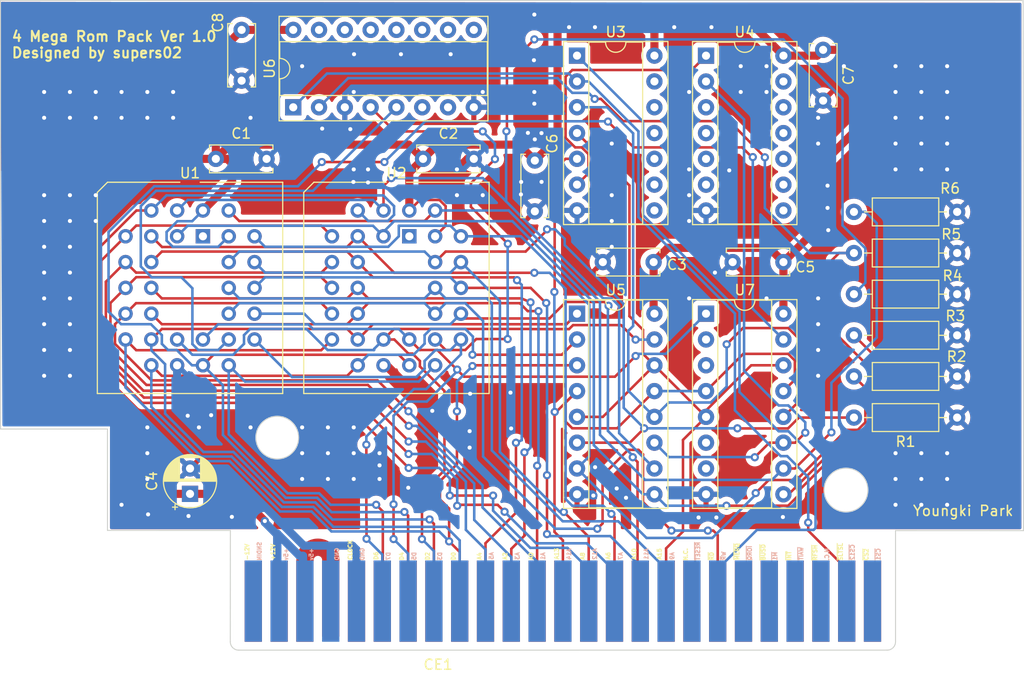
<source format=kicad_pcb>
(kicad_pcb (version 20221018) (generator pcbnew)
  (layers (0 "F.Cu" signal) (31 "B.Cu" signal) (34 "B.Paste" user) (35 "F.Paste" user) (36 "B.SilkS" user "B.Silkscreen") (37 "F.SilkS" user "F.Silkscreen") (38 "B.Mask" user) (39 "F.Mask" user) (44 "Edge.Cuts" user))
  (net 0 "")
  (net 4 "+5V")
  (net 6 "GND")
  (net 8 "/D6")
  (net 10 "/D7")
  (net 11 "/D4")
  (net 12 "/D5")
  (net 13 "/D2")
  (net 14 "/D3")
  (net 15 "/D0")
  (net 16 "/D1")
  (net 17 "/A4")
  (net 18 "/A5")
  (net 19 "/A2")
  (net 20 "/A3")
  (net 21 "/A0")
  (net 22 "/A1")
  (net 23 "/A13")
  (net 24 "/A8")
  (net 25 "/A12")
  (net 27 "/A6")
  (net 28 "/A7")
  (net 29 "/A10")
  (net 30 "/A11")
  (net 31 "/A15")
  (net 32 "/A9")
  (net 33 "/{slash}RD")
  (net 34 "/{slash}WR")
  (net 37 "/{slash}SLTSL")
  (net 38 "/MA14")
  (net 47 "/MA13")
  (net 51 "/MA15")
  (net 52 "/MA16")
  (net 53 "/ROM_CE1")
  (net 54 "/ROM_CE2")
  (net 55 "Net-(U6A-A0)")
  (net 56 "/MA17")
  (net 59 "Net-(U5-~{Ew})")
  (net 60 "Net-(U3-Pad6)")
  (net 61 "Net-(U5-~{Er})")
  (footprint "Resistor_THT:R_Axial_DIN0207_L6.3mm_D2.5mm_P10.16mm_Horizontal" (layer "F.Cu") (at 183.865464 110.794972 180)
    (fp_text reference "R1")
    (fp_text value "470R")
  )
  (footprint "Package_DIP:DIP-14_W7.62mm_Socket" (layer "F.Cu") (at 146.442867 75.16114)
    (fp_text reference "U3")
    (fp_text value "74LS32")
  )
  (footprint "Package_LCC:PLCC-32_THT-Socket" (layer "F.Cu") (at 109.612867 92.94614)
    (fp_text reference "U1")
    (fp_text value "W29C020")
  )
  (footprint "Resistor_THT:R_Axial_DIN0207_L6.3mm_D2.5mm_P10.16mm_Horizontal" (layer "F.Cu") (at 183.865464 98.644972 180)
    (fp_text reference "R4")
    (fp_text value "470R")
  )
  (footprint "Capacitor_THT:C_Disc_D6.0mm_W2.5mm_P5.00mm" (layer "F.Cu") (at 110.882867 85.32614)
    (fp_text reference "C1")
    (fp_text value "100n")
  )
  (footprint "Capacitor_THT:C_Disc_D6.0mm_W2.5mm_P5.00mm" (layer "F.Cu") (at 142.288788 85.489617 -90)
    (fp_text reference "C6")
    (fp_text value "100n")
  )
  (footprint "Capacitor_THT:C_Disc_D6.0mm_W2.5mm_P5.00mm" (layer "F.Cu") (at 113.422867 72.62614 -90)
    (fp_text reference "C8")
    (fp_text value "100n")
  )
  (footprint "Resistor_THT:R_Axial_DIN0207_L6.3mm_D2.5mm_P10.16mm_Horizontal" (layer "F.Cu") (at 183.865464 102.694972 180)
    (fp_text reference "R3")
    (fp_text value "470R")
  )
  (footprint "Package_DIP:DIP-16_W7.62mm_Socket" (layer "F.Cu") (at 146.442867 100.56614)
    (fp_text reference "U5")
    (fp_text value "74LS670")
  )
  (footprint "Resistor_THT:R_Axial_DIN0207_L6.3mm_D2.5mm_P10.16mm_Horizontal" (layer "F.Cu") (at 183.865464 90.544972 180)
    (fp_text reference "R6")
    (fp_text value "470R")
  )
  (footprint "Package_LCC:PLCC-32_THT-Socket" (layer "F.Cu") (at 129.932867 92.94614)
    (fp_text reference "U2")
    (fp_text value "W29C020")
  )
  (footprint "Package_DIP:DIP-14_W7.62mm_Socket" (layer "F.Cu") (at 159.142867 75.16614)
    (fp_text reference "U4")
    (fp_text value "74LS04")
  )
  (footprint "Capacitor_THT:C_Disc_D6.0mm_W2.5mm_P5.00mm" (layer "F.Cu") (at 166.762867 95.48614 180)
    (fp_text reference "C5")
    (fp_text value "100n")
  )
  (footprint "Capacitor_THT:C_Disc_D6.0mm_W2.5mm_P5.00mm" (layer "F.Cu") (at 170.671162 74.59035 -90)
    (fp_text reference "C7")
    (fp_text value "100n")
  )
  (footprint "Package_DIP:DIP-16_W7.62mm_Socket" (layer "F.Cu") (at 118.502867 80.24614 90)
    (fp_text reference "U6")
    (fp_text value "74LS139")
  )
  (footprint "Package_DIP:DIP-16_W7.62mm_Socket" (layer "F.Cu") (at 159.142867 100.56614)
    (fp_text reference "U7")
    (fp_text value "74LS670")
  )
  (footprint "Capacitor_THT:C_Disc_D6.0mm_W2.5mm_P5.00mm" (layer "F.Cu") (at 131.282867 85.32614)
    (fp_text reference "C2")
    (fp_text value "100n")
  )
  (footprint "Capacitor_THT:CP_Radial_D5.0mm_P2.50mm" (layer "F.Cu") (at 108.342867 118.30614 90)
    (fp_text reference "C4")
    (fp_text value "10uf")
  )
  (footprint "Resistor_THT:R_Axial_DIN0207_L6.3mm_D2.5mm_P10.16mm_Horizontal" (layer "F.Cu") (at 183.865464 94.594972 180)
    (fp_text reference "R5")
    (fp_text value "470R")
  )
  (footprint "Resistor_THT:R_Axial_DIN0207_L6.3mm_D2.5mm_P10.16mm_Horizontal" (layer "F.Cu") (at 183.865464 106.744972 180)
    (fp_text reference "R2")
    (fp_text value "470R")
  )
  (footprint "Capacitor_THT:C_Disc_D6.0mm_W2.5mm_P5.00mm" (layer "F.Cu") (at 153.982867 95.48614 180)
    (fp_text reference "C3")
    (fp_text value "100n")
  )
  (footprint "Lib_add:card_edge_connector_MSX" (layer "F.Cu") (at 143.792867 125.71614)
    (fp_text reference "CE1")
    (fp_text value "Card_Edge_Connector_MSX")
  )
  (gr_line (start 112.315213 121.905231) (end 112.307946 132.867211) (stroke (width 0.1)) (layer "Edge.Cuts"))
  (gr_arc (start 177.800089 132.865391) (mid 177.562947 133.443907) (end 176.987979 133.689526) (stroke (width 0.1)) (layer "Edge.Cuts"))
  (gr_line (start 190.354521 69.735023) (end 89.684995 69.733888) (stroke (width 0.1)) (layer "Edge.Cuts"))
  (gr_circle (center 172.921926 117.929984) (end 174.425455 116.385101) (stroke (width 0.1)) (fill none) (layer "Edge.Cuts"))
  (gr_line (start 100.212701 111.919167) (end 100.214969 121.9008) (stroke (width 0.1)) (layer "Edge.Cuts"))
  (gr_circle (center 116.930585 112.764321) (end 117.070403 110.667061) (stroke (width 0.1)) (fill none) (layer "Edge.Cuts"))
  (gr_line (start 177.8 121.92) (end 190.398682 121.922954) (stroke (width 0.1)) (layer "Edge.Cuts"))
  (gr_line (start 177.800089 132.865391) (end 177.8 121.92) (stroke (width 0.1)) (layer "Edge.Cuts"))
  (gr_line (start 190.398682 121.922954) (end 190.354521 69.735023) (stroke (width 0.1)) (layer "Edge.Cuts"))
  (gr_line (start 113.135526 133.69101) (end 176.987979 133.689526) (stroke (width 0.1)) (layer "Edge.Cuts"))
  (gr_line (start 89.684995 69.733888) (end 89.696072 111.923598) (stroke (width 0.1)) (layer "Edge.Cuts"))
  (gr_line (start 89.696072 111.923598) (end 100.212701 111.919167) (stroke (width 0.1)) (layer "Edge.Cuts"))
  (gr_arc (start 113.135526 133.69101) (mid 112.551674 133.449953) (end 112.307947 132.867211) (stroke (width 0.1)) (layer "Edge.Cuts"))
  (gr_line (start 100.214969 121.9008) (end 112.315213 121.905231) (stroke (width 0.1)) (layer "Edge.Cuts"))
  (gr_text "4 Mega Rom Pack Ver 1.0\nDesigned by supers02 " (at 90.693572 75.469291) (layer "F.SilkS") (effects (font (size 1 1) (thickness 0.2) bold) (justify left bottom)))
  (gr_text "Youngki Park" (at 179.432778 120.559388) (layer "F.SilkS") (effects (font (size 1 1)) (justify left bottom)))
  (segment (start 130.969067 89.36994) (end 132.902076 89.36994) (width 0.25) (layer "F.Cu") (net 4))
  (segment (start 132.682867 83.92614) (end 140.725311 83.92614) (width 0.8) (layer "F.Cu") (net 4))
  (segment (start 103.06614 118.30614) (end 101.241102 116.481102) (width 0.8) (layer "F.Cu") (net 4))
  (segment (start 170.671162 74.59035) (end 174.513134 74.59035) (width 0.8) (layer "F.Cu") (net 4))
  (segment (start 91.550876 110.52629) (end 90.608771 109.584185) (width 0.8) (layer "F.Cu") (net 4))
  (segment (start 92.47386 85.32614) (end 110.882867 85.32614) (width 0.8) (layer "F.Cu") (net 4))
  (segment (start 153.982867 100.48614) (end 154.062867 100.56614) (width 0.8) (layer "F.Cu") (net 4))
  (segment (start 154.062867 75.16114) (end 154.062867 72.782867) (width 0.8) (layer "F.Cu") (net 4))
  (segment (start 108.342867 118.30614) (end 103.06614 118.30614) (width 0.8) (layer "F.Cu") (net 4))
  (segment (start 101.241102 111.490826) (end 100.276566 110.52629) (width 0.8) (layer "F.Cu") (net 4))
  (segment (start 162.716727 71.12) (end 166.762867 75.16614) (width 0.8) (layer "F.Cu") (net 4))
  (segment (start 174.513134 74.59035) (end 175.78376 75.860976) (width 0.8) (layer "F.Cu") (net 4))
  (segment (start 100.276566 110.52629) (end 91.550876 110.52629) (width 0.8) (layer "F.Cu") (net 4))
  (segment (start 145.445924 71.12) (end 145.825372 71.12) (width 0.8) (layer "F.Cu") (net 4))
  (segment (start 110.882867 85.32614) (end 112.014237 85.32614) (width 0.8) (layer "F.Cu") (net 4))
  (segment (start 90.608771 87.191229) (end 92.47386 85.32614) (width 0.8) (layer "F.Cu") (net 4))
  (segment (start 166.762867 95.48614) (end 165.362867 94.08614) (width 0.8) (layer "F.Cu") (net 4))
  (segment (start 154.062867 72.782867) (end 152.4 71.12) (width 0.8) (layer "F.Cu") (net 4))
  (segment (start 140.725311 83.92614) (end 142.288788 85.489617) (width 0.8) (layer "F.Cu") (net 4))
  (segment (start 170.095372 75.16614) (end 170.671162 74.59035) (width 0.8) (layer "F.Cu") (net 4))
  (segment (start 90.608771 109.584185) (end 90.608771 87.191229) (width 0.8) (layer "F.Cu") (net 4))
  (segment (start 112.282867 83.92614) (end 129.882867 83.92614) (width 0.8) (layer "F.Cu") (net 4))
  (segment (start 133.509067 89.976931) (end 133.509067 91.90994) (width 0.25) (layer "F.Cu") (net 4))
  (segment (start 110.882867 75.16614) (end 113.422867 72.62614) (width 0.8) (layer "F.Cu") (net 4))
  (segment (start 166.762867 95.48614) (end 166.762867 100.56614) (width 0.8) (layer "F.Cu") (net 4))
  (segment (start 101.241102 116.481102) (end 101.241102 111.490826) (width 0.8) (layer "F.Cu") (net 4))
  (segment (start 110.882867 85.32614) (end 110.882867 75.16614) (width 0.8) (layer "F.Cu") (net 4))
  (segment (start 129.932867 87.351939) (end 129.932867 90.40614) (width 0.8) (layer "F.Cu") (net 4))
  (segment (start 144.524408 72.041516) (end 145.445924 71.12) (width 0.8) (layer "F.Cu") (net 4))
  (segment (start 112.484501 87.534506) (end 109.612867 90.40614) (width 0.8) (layer "F.Cu") (net 4))
  (segment (start 129.927895 86.681112) (end 129.927895 87.346967) (width 0.8) (layer "F.Cu") (net 4))
  (segment (start 133.509067 91.90994) (end 132.472867 92.94614) (width 0.25) (layer "F.Cu") (net 4))
  (segment (start 112.484501 85.796404) (end 112.484501 87.534506) (width 0.8) (layer "F.Cu") (net 4))
  (segment (start 113.033904 118.30614) (end 115.706453 120.978689) (width 0.8) (layer "F.Cu") (net 4))
  (segment (start 153.982867 95.48614) (end 153.982867 100.48614) (width 0.8) (layer "F.Cu") (net 4))
  (segment (start 142.288788 85.489617) (end 144.524408 83.253997) (width 0.8) (layer "F.Cu") (net 4))
  (segment (start 131.282867 85.32614) (end 129.927895 86.681112) (width 0.8) (layer "F.Cu") (net 4))
  (segment (start 175.78376 80.605149) (end 169.458196 86.930713) (width 0.8) (layer "F.Cu") (net 4))
  (segment (start 144.524408 83.253997) (end 144.524408 72.041516) (width 0.8) (layer "F.Cu") (net 4))
  (segment (start 132.902076 89.36994) (end 133.509067 89.976931) (width 0.25) (layer "F.Cu") (net 4))
  (segment (start 112.014237 85.32614) (end 112.484501 85.796404) (width 0.8) (layer "F.Cu") (net 4))
  (segment (start 131.282867 85.32614) (end 132.682867 83.92614) (width 0.8) (layer "F.Cu") (net 4))
  (segment (start 165.362867 94.08614) (end 155.382867 94.08614) (width 0.8) (layer "F.Cu") (net 4))
  (segment (start 129.882867 83.92614) (end 131.282867 85.32614) (width 0.8) (layer "F.Cu") (net 4))
  (segment (start 129.927895 87.346967) (end 129.932867 87.351939) (width 0.8) (layer "F.Cu") (net 4))
  (segment (start 175.78376 75.860976) (end 175.78376 80.605149) (width 0.8) (layer "F.Cu") (net 4))
  (segment (start 108.342867 118.30614) (end 113.033904 118.30614) (width 0.8) (layer "F.Cu") (net 4))
  (segment (start 166.762867 75.16614) (end 170.095372 75.16614) (width 0.8) (layer "F.Cu") (net 4))
  (segment (start 145.825372 71.12) (end 162.716727 71.12) (width 0.8) (layer "F.Cu") (net 4))
  (segment (start 169.458196 86.930713) (end 169.458196 92.790811) (width 0.8) (layer "F.Cu") (net 4))
  (segment (start 169.458196 92.790811) (end 166.762867 95.48614) (width 0.8) (layer "F.Cu") (net 4))
  (segment (start 113.422867 72.62614) (end 118.502867 72.62614) (width 0.8) (layer "F.Cu") (net 4))
  (segment (start 110.882867 85.32614) (end 112.282867 83.92614) (width 0.8) (layer "F.Cu") (net 4))
  (segment (start 155.382867 94.08614) (end 153.982867 95.48614) (width 0.8) (layer "F.Cu") (net 4))
  (segment (start 129.932867 90.40614) (end 130.969067 89.36994) (width 0.25) (layer "F.Cu") (net 4))
  (via (at 115.706453 120.978689) (size 0.8) (drill 0.4) (layers "F.Cu" "B.Cu") (net 4))
  (segment (start 106.036667 93.375349) (end 106.643658 93.98234) (width 0.25) (layer "B.Cu") (net 4))
  (segment (start 115.706453 121.110613) (end 115.706453 120.978689) (width 0.8) (layer "B.Cu") (net 4))
  (segment (start 119.475346 128.686219) (end 119.652707 128.86358) (width 0.8) (layer "B.Cu") (net 4))
  (segment (start 107.093658 91.45994) (end 106.036667 92.516931) (width 0.25) (layer "B.Cu") (net 4))
  (segment (start 106.036667 92.516931) (end 106.036667 93.375349) (width 0.25) (layer "B.Cu") (net 4))
  (segment (start 116.929846 128.680719) (end 117.112707 128.86358) (width 0.8) (layer "B.Cu") (net 4))
  (segment (start 106.643658 93.98234) (end 111.116667 93.98234) (width 0.25) (layer "B.Cu") (net 4))
  (segment (start 119.114144 124.403139) (end 119.475346 124.403139) (width 0.8) (layer "B.Cu") (net 4))
  (segment (start 116.929846 122.218841) (end 116.814681 122.218841) (width 0.8) (layer "B.Cu") (net 4))
  (segment (start 108.559067 91.45994) (end 107.093658 91.45994) (width 0.25) (layer "B.Cu") (net 4))
  (segment (start 111.116667 93.98234) (end 112.152867 92.94614) (width 0.25) (layer "B.Cu") (net 4))
  (segment (start 116.929846 122.218841) (end 116.929846 126.140719) (width 0.8) (layer "B.Cu") (net 4))
  (segment (start 119.475346 124.403139) (end 119.475346 128.686219) (width 0.8) (layer "B.Cu") (net 4))
  (segment (start 109.612867 90.40614) (end 108.559067 91.45994) (width 0.25) (layer "B.Cu") (net 4))
  (segment (start 116.929846 122.218841) (end 119.114144 124.403139) (width 0.8) (layer "B.Cu") (net 4))
  (segment (start 117.112707 128.86358) (end 117.112707 125.71358) (width 0.25) (layer "B.Cu") (net 4))
  (segment (start 116.814681 122.218841) (end 115.706453 121.110613) (width 0.8) (layer "B.Cu") (net 4))
  (segment (start 116.929846 122.218841) (end 116.929846 128.680719) (width 0.8) (layer "B.Cu") (net 4))
  (segment (start 136.282867 85.32614) (end 135.65386 85.32614) (width 0.8) (layer "F.Cu") (net 6))
  (segment (start 127.706571 105.64614) (end 132.192654 110.132223) (width 0.8) (layer "F.Cu") (net 6))
  (segment (start 127.392867 105.64614) (end 127.392867 105.690537) (width 0.8) (layer "F.Cu") (net 6))
  (segment (start 135.65386 85.32614) (end 134.62 86.36) (width 0.8) (layer "F.Cu") (net 6))
  (segment (start 127.392867 105.64614) (end 127.706571 105.64614) (width 0.8) (layer "F.Cu") (net 6))
  (via (at 182.88 81.28) (size 0.8) (drill 0.4) (layers "F.Cu" "B.Cu") (net 6))
  (via (at 104.14 111.76) (size 0.8) (drill 0.4) (layers "F.Cu" "B.Cu") (net 6))
  (via (at 180.34 86.36) (size 0.8) (drill 0.4) (layers "F.Cu" "B.Cu") (net 6))
  (via (at 124.46 86.36) (size 0.8) (drill 0.4) (layers "F.Cu" "B.Cu") (net 6))
  (via (at 104.14 78.74) (size 0.8) (drill 0.4) (layers "F.Cu" "B.Cu") (net 6))
  (via (at 157.48 86.36) (size 0.8) (drill 0.4) (layers "F.Cu" "B.Cu") (net 6))
  (via (at 96.52 81.28) (size 0.8) (drill 0.4) (layers "F.Cu" "B.Cu") (net 6))
  (via (at 160.16053 120.632128) (size 0.8) (drill 0.4) (layers "F.Cu" "B.Cu") (net 6))
  (via (at 124.46 114.3) (size 0.8) (drill 0.4) (layers "F.Cu" "B.Cu") (net 6))
  (via (at 177.8 119.38) (size 0.8) (drill 0.4) (layers "F.Cu" "B.Cu") (net 6))
  (via (at 142.943834 82.78892) (size 0.8) (drill 0.4) (layers "F.Cu" "B.Cu") (net 6))
  (via (at 151.26666 118.68945) (size 0.8) (drill 0.4) (layers "F.Cu" "B.Cu") (net 6))
  (via (at 162.56 78.74) (size 0.8) (drill 0.4) (layers "F.Cu" "B.Cu") (net 6))
  (via (at 182.88 116.84) (size 0.8) (drill 0.4) (layers "F.Cu" "B.Cu") (net 6))
  (via (at 177.8 83.82) (size 0.8) (drill 0.4) (layers "F.Cu" "B.Cu") (net 6))
  (via (at 177.8 86.36) (size 0.8) (drill 0.4) (layers "F.Cu" "B.Cu") (net 6))
  (via (at 119.38 76.2) (size 0.8) (drill 0.4) (layers "F.Cu" "B.Cu") (net 6))
  (via (at 127 114.3) (size 0.8) (drill 0.4) (layers "F.Cu" "B.Cu") (net 6))
  (via (at 112.461467 120.569905) (size 0.8) (drill 0.4) (layers "F.Cu" "B.Cu") (net 6))
  (via (at 93.98 93.98) (size 0.8) (drill 0.4) (layers "F.Cu" "B.Cu") (net 6))
  (via (at 142.200543 75.611643) (size 0.8) (drill 0.4) (layers "F.Cu" "B.Cu") (net 6))
  (via (at 96.52 78.74) (size 0.8) (drill 0.4) (layers "F.Cu" "B.Cu") (net 6))
  (via (at 182.88 86.36) (size 0.8) (drill 0.4) (layers "F.Cu" "B.Cu") (net 6))
  (via (at 148.220201 115.67709) (size 0.8) (drill 0.4) (layers "F.Cu" "B.Cu") (net 6))
  (via (at 135.868762 113.753054) (size 0.8) (drill 0.4) (layers "F.Cu" "B.Cu") (net 6))
  (via (at 170.18 106.68) (size 0.8) (drill 0.4) (layers "F.Cu" "B.Cu") (net 6))
  (via (at 145.659931 72.360552) (size 0.8) (drill 0.4) (layers "F.Cu" "B.Cu") (net 6))
  (via (at 165.1 99.06) (size 0.8) (drill 0.4) (layers "F.Cu" "B.Cu") (net 6))
  (via (at 165.1 78.74) (size 0.8) (drill 0.4) (layers "F.Cu" "B.Cu") (net 6))
  (via (at 96.52 106.68) (size 0.8) (drill 0.4) (layers "F.Cu" "B.Cu") (net 6))
  (via (at 124.42622 87.597027) (size 0.8) (drill 0.4) (layers "F.Cu" "B.Cu") (net 6))
  (via (at 101.6 119.38) (size 0.8) (drill 0.4) (layers "F.Cu" "B.Cu") (net 6))
  (via (at 180.34 119.38) (size 0.8) (drill 0.4) (layers "F.Cu" "B.Cu") (net 6))
  (via (at 142.24 71.12) (size 0.8) (drill 0.4) (layers "F.Cu" "B.Cu") (net 6))
  (via (at 149.86 83.82) (size 0.8) (drill 0.4) (layers "F.Cu" "B.Cu") (net 6))
  (via (at 137.16 78.74) (size 0.8) (drill 0.4) (layers "F.Cu" "B.Cu") (net 6))
  (via (at 141.607417 82.767012) (size 0.8) (drill 0.4) (layers "F.Cu" "B.Cu") (net 6))
  (via (at 180.34 81.28) (size 0.8) (drill 0.4) (layers "F.Cu" "B.Cu") (net 6))
  (via (at 159.676207 72.360552) (size 0.8) (drill 0.4) (layers "F.Cu" "B.Cu") (net 6))
  (via (at 99.06 81.28) (size 0.8) (drill 0.4) (layers "F.Cu" "B.Cu") (net 6))
  (via (at 157.48 88.9) (size 0.8) (drill 0.4) (layers "F.Cu" "B.Cu") (net 6))
  (via (at 104.14 81.28) (size 0.8) (drill 0.4) (layers "F.Cu" "B.Cu") (net 6))
  (via (at 180.34 83.82) (size 0.8) (drill 0.4) (layers "F.Cu" "B.Cu") (net 6))
  (via (at 121.352581 82.346214) (size 0.8) (drill 0.4) (layers "F.Cu" "B.Cu") (net 6))
  (via (at 182.88 114.3) (size 0.8) (drill 0.4) (layers "F.Cu" "B.Cu") (net 6))
  (via (at 119.38 114.3) (size 0.8) (drill 0.4) (layers "F.Cu" "B.Cu") (net 6))
  (via (at 99.06 78.74) (size 0.8) (drill 0.4) (layers "F.Cu" "B.Cu") (net 6))
  (via (at 142.24 79.895348) (size 0.8) (drill 0.4) (layers "F.Cu" "B.Cu") (net 6))
  (via (at 119.38 111.76) (size 0.8) (drill 0.4) (layers "F.Cu" "B.Cu") (net 6))
  (via (at 96.52 96.52) (size 0.8) (drill 0.4) (layers "F.Cu" "B.Cu") (net 6))
  (via (at 121.92 116.84) (size 0.8) (drill 0.4) (layers "F.Cu" "B.Cu") (net 6))
  (via (at 127 115.497101) (size 0.8) (drill 0.4) (layers "F.Cu" "B.Cu") (net 6))
  (via (at 148.208345 72.360552) (size 0.8) (drill 0.4) (layers "F.Cu" "B.Cu") (net 6))
  (via (at 129.827638 117.702914) (size 0.8) (drill 0.4) (layers "F.Cu" "B.Cu") (net 6))
  (via (at 96.52 88.9) (size 0.8) (drill 0.4) (layers "F.Cu" "B.Cu") (net 6))
  (via (at 93.98 104.14) (size 0.8) (drill 0.4) (layers "F.Cu" "B.Cu") (net 6))
  (via (at 156.012862 72.360552) (size 0.8) (drill 0.4) (layers "F.Cu" "B.Cu") (net 6))
  (via (at 93.98 101.6) (size 0.8) (drill 0.4) (layers "F.Cu" "B.Cu") (net 6))
  (via (at 121.92 114.3) (size 0.8) (drill 0.4) (layers "F.Cu" "B.Cu") (net 6))
  (via (at 180.34 76.2) (size 0.8) (drill 0.4) (layers "F.Cu" "B.Cu") (net 6))
  (via (at 142.950667 87.59037) (size 0.8) (drill 0.4) (layers "F.Cu" "B.Cu") (net 6))
  (via (at 124.46 78.74) (size 0.8) (drill 0.4) (layers "F.Cu" "B.Cu") (net 6))
  (via (at 132.192654 110.132223) (size 0.8) (drill 0.4) (layers "F.Cu" "B.Cu") (net 6))
  (via (at 114.3 111.76) (size 0.8) (drill 0.4) (layers "F.Cu" "B.Cu") (net 6))
  (via (at 177.8 78.74) (size 0.8) (drill 0.4) (layers "F.Cu" "B.Cu") (net 6))
  (via (at 99.06 88.9) (size 0.8) (drill 0.4) (layers "F.Cu" "B.Cu") (net 6))
  (via (at 149.86 91.44) (size 0.8) (drill 0.4) (layers "F.Cu" "B.Cu") (net 6))
  (via (at 96.52 104.14) (size 0.8) (drill 0.4) (layers "F.Cu" "B.Cu") (net 6))
  (via (at 93.98 88.9) (size 0.8) (drill 0.4) (layers "F.Cu" "B.Cu") (net 6))
  (via (at 93.98 78.74) (size 0.8) (drill 0.4) (layers "F.Cu" "B.Cu") (net 6))
  (via (at 99.06 91.44) (size 0.8) (drill 0.4) (layers "F.Cu" "B.Cu") (net 6))
  (via (at 93.98 81.28) (size 0.8) (drill 0.4) (layers "F.Cu" "B.Cu") (net 6))
  (via (at 93.98 106.68) (size 0.8) (drill 0.4) (layers "F.Cu" "B.Cu") (net 6))
  (via (at 180.34 116.84) (size 0.8) (drill 0.4) (layers "F.Cu" "B.Cu") (net 6))
  (via (at 114.3 81.28) (size 0.8) (drill 0.4) (layers "F.Cu" "B.Cu") (net 6))
  (via (at 104.214189 120.323718) (size 0.8) (drill 0.4) (layers "F.Cu" "B.Cu") (net 6))
  (via (at 137.16 88.9) (size 0.8) (drill 0.4) (layers "F.Cu" "B.Cu") (net 6))
  (via (at 139.891851 108.337483) (size 0.8) (drill 0.4) (layers "F.Cu" "B.Cu") (net 6))
  (via (at 134.62 86.36) (size 0.8) (drill 0.4) (layers "F.Cu" "B.Cu") (net 6))
  (via (at 109.22 111.76) (size 0.8) (drill 0.4) (layers "F.Cu" "B.Cu") (net 6))
  (via (at 140.943768 87.596951) (size 0.8) (drill 0.4) (layers "F.Cu" "B.Cu") (net 6))
  (via (at 104.14 114.3) (size 0.8) (drill 0.4) (layers "F.Cu" "B.Cu") (net 6))
  (via (at 124.123287 82.399497) (size 0.8) (drill 0.4) (layers "F.Cu" "B.Cu") (net 6))
  (via (at 135.91788 108.448263) (size 0.8) (drill 0.4) (layers "F.Cu" "B.Cu") (net 6))
  (via (at 149.86 93.98) (size 0.8) (drill 0.4) (layers "F.Cu" "B.Cu") (net 6))
  (via (at 93.98 99.06) (size 0.8) (drill 0.4) (layers "F.Cu" "B.Cu") (net 6))
  (via (at 165.1 76.2) (size 0.8) (drill 0.4) (layers "F.Cu" "B.Cu") (net 6))
  (via (at 106.68 78.74) (size 0.8) (drill 0.4) (layers "F.Cu" "B.Cu") (net 6))
  (via (at 96.52 101.6) (size 0.8) (drill 0.4) (layers "F.Cu" "B.Cu") (net 6))
  (via (at 142.28658 83.402357) (size 0.8) (drill 0.4) (layers "F.Cu" "B.Cu") (net 6))
  (via (at 162.56 76.2) (size 0.8) (drill 0.4) (layers "F.Cu" "B.Cu") (net 6))
  (via (at 161.428241 86.456465) (size 0.8) (drill 0.4) (layers "F.Cu" "B.Cu") (net 6))
  (via (at 93.98 96.52) (size 0.8) (drill 0.4) (layers "F.Cu" "B.Cu") (net 6))
  (via (at 158.408854 120.629488) (size 0.8) (drill 0.4) (layers "F.Cu" "B.Cu") (net 6))
  (via (at 134.002494 75.021861) (size 0.8) (drill 0.4) (layers "F.Cu" "B.Cu") (net 6))
  (via (at 166.711145 120.586471) (size 0.8) (drill 0.4) (layers "F.Cu" "B.Cu") (net 6))
  (via (at 108.116009 110.614965) (size 0.8) (drill 0.4) (layers "F.Cu" "B.Cu") (net 6))
  (via (at 177.8 81.28) (size 0.8) (drill 0.4) (layers "F.Cu" "B.Cu") (net 6))
  (via (at 101.6 78.74) (size 0.8) (drill 0.4) (layers "F.Cu" "B.Cu") (net 6))
  (via (at 140.921419 88.826136) (size 0.8) (drill 0.4) (layers "F.Cu" "B.Cu") (net 6))
  (via (at 125.867537 87.648502) (size 0.8) (drill 0.4) (layers "F.Cu" "B.Cu") (net 6))
  (via (at 124.46 116.84) (size 0.8) (drill 0.4) (layers "F.Cu" "B.Cu") (net 6))
  (via (at 182.88 78.74) (size 0.8) (drill 0.4) (layers "F.Cu" "B.Cu") (net 6))
  (via (at 96.52 93.98) (size 0.8) (drill 0.4) (layers "F.Cu" "B.Cu") (net 6))
  (via (at 172.72 76.2) (size 0.8) (drill 0.4) (layers "F.Cu" "B.Cu") (net 6))
  (via (at 180.34 114.3) (size 0.8) (drill 0.4) (layers "F.Cu" "B.Cu") (net 6))
  (via (at 177.8 114.3) (size 0.8) (drill 0.4) (layers "F.Cu" "B.Cu") (net 6))
  (via (at 96.52 91.44) (size 0.8) (drill 0.4) (layers "F.Cu" "B.Cu") (net 6))
  (via (at 125.867537 86.361613) (size 0.8) (drill 0.4) (layers "F.Cu" "B.Cu") (net 6))
  (via (at 182.88 83.82) (size 0.8) (drill 0.4) (layers "F.Cu" "B.Cu") (net 6))
  (via (at 171.105799 90.153653) (size 0.8) (drill 0.4) (layers "F.Cu" "B.Cu") (net 6))
  (via (at 149.86 88.9) (size 0.8) (drill 0.4) (layers "F.Cu" "B.Cu") (net 6))
  (via (at 170.18 101.6) (size 0.8) (drill 0.4) (layers "F.Cu" "B.Cu") (net 6))
  (via (at 135.868762 112.132145) (size 0.8) (drill 0.4) (layers "F.Cu" "B.Cu") (net 6))
  (via (at 177.8 76.2) (size 0.8) (drill 0.4) (layers "F.Cu" "B.Cu") (net 6))
  (via (at 148.050044 118.475022) (size 0.8) (drill 0.4) (layers "F.Cu" "B.Cu") (net 6))
  (via (at 110.421972 110.558027) (size 0.8) (drill 0.4) (layers "F.Cu" "B.Cu") (net 6))
  (via (at 101.6 81.28) (size 0.8) (drill 0.4) (layers "F.Cu" "B.Cu") (net 6))
  (via (at 93.98 91.44) (size 0.8) (drill 0.4) (layers "F.Cu" "B.Cu") (net 6))
  (via (at 139.955801 111.867549) (size 0.8) (drill 0.4) (layers "F.Cu" "B.Cu") (net 6))
  (via (at 170.18 83.82) (size 0.8) (drill 0.4) (layers "F.Cu" "B.Cu") (net 6))
  (via (at 182.88 119.38) (size 0.8) (drill 0.4) (layers "F.Cu" "B.Cu") (net 6))
  (via (at 171.105799 87.963302) (size 0.8) (drill 0.4) (layers "F.Cu" "B.Cu") (net 6))
  (via (at 157.48 78.74) (size 0.8) (drill 0.4) (layers "F.Cu" "B.Cu") (net 6))
  (via (at 129.106945 75.021861) (size 0.8) (drill 0.4) (layers "F.Cu" "B.Cu") (net 6))
  (via (at 170.18 104.14) (size 0.8) (drill 0.4) (layers "F.Cu" "B.Cu") (net 6))
  (via (at 119.38 116.84) (size 0.8) (drill 0.4) (layers "F.Cu" "B.Cu") (net 6))
  (via (at 177.8 116.84) (size 0.8) (drill 0.4) (layers "F.Cu" "B.Cu") (net 6))
  (via (at 134.62 88.9) (size 0.8) (drill 0.4) (layers "F.Cu" "B.Cu") (net 6))
  (via (at 124.490256 75.021861) (size 0.8) (drill 0.4) (layers "F.Cu" "B.Cu") (net 6))
  (via (at 157.48 91.44) (size 0.8) (drill 0.4) (layers "F.Cu" "B.Cu") (net 6))
  (via (at 104.14 116.84) (size 0.8) (drill 0.4) (layers "F.Cu" "B.Cu") (net 6))
  (via (at 121.92 111.76) (size 0.8) (drill 0.4) (layers "F.Cu" "B.Cu") (net 6))
  (via (at 127 116.84) (size 0.8) (drill 0.4) (layers "F.Cu" "B.Cu") (net 6))
  (via (at 124.46 111.76) (size 0.8) (drill 0.4) (layers "F.Cu" "B.Cu") (net 6))
  (via (at 170.18 99.06) (size 0.8) (drill 0.4) (layers "F.Cu" "B.Cu") (net 6))
  (via (at 96.52 99.06) (size 0.8) (drill 0.4) (layers "F.Cu" "B.Cu") (net 6))
  (via (at 182.88 76.2) (size 0.8) (drill 0.4) (layers "F.Cu" "B.Cu") (net 6))
  (via (at 170.18 81.28) (size 0.8) (drill 0.4) (layers "F.Cu" "B.Cu") (net 6))
  (via (at 157.48 99.06) (size 0.8) (drill 0.4) (layers "F.Cu" "B.Cu") (net 6))
  (via (at 150.350099 117.772889) (size 0.8) (drill 0.4) (layers "F.Cu" "B.Cu") (net 6))
  (via (at 142.24 78.74) (size 0.8) (drill 0.4) (layers "F.Cu" "B.Cu") (net 6))
  (via (at 108.194219 120.487843) (size 0.8) (drill 0.4) (layers "F.Cu" "B.Cu") (net 6))
  (via (at 180.34 78.74) (size 0.8) (drill 0.4) (layers "F.Cu" "B.Cu") (net 6))
  (via (at 171.176455 92.344003) (size 0.8) (drill 0.4) (layers "F.Cu" "B.Cu") (net 6))
  (via (at 106.68 81.28) (size 0.8) (drill 0.4) (layers "F.Cu" "B.Cu") (net 6))
  (via (at 160.02 96.52) (size 0.8) (drill 0.4) (layers "F.Cu" "B.Cu") (net 6))
  (segment (start 124.732707 123.810239) (end 124.732707 128.86358) (width 0.8) (layer "B.Cu") (net 6))
  (segment (start 124.325606 123.403138) (end 124.732707 123.810239) (width 0.8) (layer "B.Cu") (net 6))
  (segment (start 107.072867 109.571823) (end 108.116009 110.614965) (width 0.8) (layer "B.Cu") (net 6))
  (segment (start 119.545116 123.403138) (end 111.948118 115.80614) (width 0.8) (layer "B.Cu") (net 6))
  (segment (start 111.948118 115.80614) (end 108.342867 115.80614) (width 0.8) (layer "B.Cu") (net 6))
  (segment (start 147.921162 118.34614) (end 148.050044 118.475022) (width 0.8) (layer "B.Cu") (net 6))
  (segment (start 146.442867 118.34614) (end 147.921162 118.34614) (width 0.8) (layer "B.Cu") (net 6))
  (segment (start 119.545116 123.403138) (end 124.325606 123.403138) (width 0.8) (layer "B.Cu") (net 6))
  (segment (start 122.192707 128.86358) (end 122.192707 123.854027) (width 0.8) (layer "B.Cu") (net 6))
  (segment (start 107.072867 105.64614) (end 107.072867 109.571823) (width 0.8) (layer "B.Cu") (net 6))
  (segment (start 127.324501 128.811786) (end 127.272707 128.86358) (width 0.25) (layer "F.Cu") (net 8))
  (segment (start 126.66904 119.38) (end 127.324501 120.035461) (width 0.25) (layer "F.Cu") (net 8))
  (segment (start 127.324501 120.035461) (end 127.324501 128.811786) (width 0.25) (layer "F.Cu") (net 8))
  (via (at 126.66904 119.38) (size 0.8) (drill 0.4) (layers "F.Cu" "B.Cu") (net 8))
  (segment (start 130.869874 107.249133) (end 132.472867 105.64614) (width 0.25) (layer "B.Cu") (net 8))
  (segment (start 113.75586 107.249133) (end 130.869874 107.249133) (width 0.25) (layer "B.Cu") (net 8))
  (segment (start 126.66904 119.38) (end 122.187818 119.38) (width 0.25) (layer "B.Cu") (net 8))
  (segment (start 112.152867 105.64614) (end 113.75586 107.249133) (width 0.25) (layer "B.Cu") (net 8))
  (segment (start 122.187818 119.38) (end 121.050992 118.243174) (width 0.25) (layer "B.Cu") (net 8))
  (segment (start 112.152867 112.443529) (end 112.152867 105.64614) (width 0.25) (layer "B.Cu") (net 8))
  (segment (start 117.952512 118.243174) (end 112.152867 112.443529) (width 0.25) (layer "B.Cu") (net 8))
  (segment (start 121.050992 118.243174) (end 117.952512 118.243174) (width 0.25) (layer "B.Cu") (net 8))
  (segment (start 125.702385 113.461834) (end 125.702385 120.677615) (width 0.25) (layer "F.Cu") (net 10))
  (segment (start 125.719206 120.694436) (end 125.719206 122.729024) (width 0.25) (layer "F.Cu") (net 10))
  (segment (start 125.702385 120.677615) (end 125.719206 120.694436) (width 0.25) (layer "F.Cu") (net 10))
  (via (at 125.702385 113.461834) (size 0.8) (drill 0.4) (layers "F.Cu" "B.Cu") (net 10))
  (via (at 125.719206 122.729024) (size 0.8) (drill 0.4) (layers "F.Cu" "B.Cu") (net 10))
  (segment (start 132.500833 104.152765) (end 133.966242 104.152765) (width 0.25) (layer "B.Cu") (net 10))
  (segment (start 133.966242 104.152765) (end 135.012867 103.10614) (width 0.25) (layer "B.Cu") (net 10))
  (segment (start 125.719206 122.729024) (end 127.272707 124.282525) (width 0.25) (layer "B.Cu") (net 10))
  (segment (start 131.598439 107.985977) (end 130.372648 107.985977) (width 0.25) (layer "B.Cu") (net 10))
  (segment (start 130.372648 107.985977) (end 125.702385 112.65624) (width 0.25) (layer "B.Cu") (net 10))
  (segment (start 125.702385 112.65624) (end 125.702385 113.461834) (width 0.25) (layer "B.Cu") (net 10))
  (segment (start 131.436667 105.99419) (end 131.436667 105.216931) (width 0.25) (layer "B.Cu") (net 10))
  (segment (start 130.631225 106.799632) (end 131.436667 105.99419) (width 0.25) (layer "B.Cu") (net 10))
  (segment (start 114.692867 103.10614) (end 118.386359 106.799632) (width 0.25) (layer "B.Cu") (net 10))
  (segment (start 135.012867 104.571549) (end 131.598439 107.985977) (width 0.25) (layer "B.Cu") (net 10))
  (segment (start 127.272707 124.282525) (end 127.272707 128.86358) (width 0.25) (layer "B.Cu") (net 10))
  (segment (start 135.012867 103.10614) (end 135.012867 104.571549) (width 0.25) (layer "B.Cu") (net 10))
  (segment (start 118.386359 106.799632) (end 130.631225 106.799632) (width 0.25) (layer "B.Cu") (net 10))
  (segment (start 131.436667 105.216931) (end 132.500833 104.152765) (width 0.25) (layer "B.Cu") (net 10))
  (segment (start 129.448761 120.086193) (end 129.812707 120.450139) (width 0.25) (layer "F.Cu") (net 11))
  (segment (start 110.649067 104.60994) (end 128.896667 104.60994) (width 0.25) (layer "F.Cu") (net 11))
  (segment (start 152.030762 84.19614) (end 162.700583 84.19614) (width 0.25) (layer "F.Cu") (net 11))
  (segment (start 127.467548 85.634947) (end 127.480815 85.634947) (width 0.25) (layer "F.Cu") (net 11))
  (segment (start 163.748289 85.150711) (end 163.748289 85.243846) (width 0.25) (layer "F.Cu") (net 11))
  (segment (start 128.896667 104.60994) (end 129.932867 105.64614) (width 0.25) (layer "F.Cu") (net 11))
  (segment (start 109.612867 105.64614) (end 110.649067 104.60994) (width 0.25) (layer "F.Cu") (net 11))
  (segment (start 163.748289 85.243846) (end 163.677141 85.172698) (width 0.25) (layer "F.Cu") (net 11))
  (segment (start 162.700583 84.19614) (end 163.655154 85.150711) (width 0.25) (layer "F.Cu") (net 11))
  (segment (start 127.480815 85.634947) (end 127.480815 85.62168) (width 0.25) (layer "F.Cu") (net 11))
  (segment (start 121.31902 85.635415) (end 127.46708 85.635415) (width 0.25) (layer "F.Cu") (net 11))
  (segment (start 127.46708 85.635415) (end 127.467548 85.634947) (width 0.25) (layer "F.Cu") (net 11))
  (segment (start 127.480815 85.62168) (end 127.475398 85.627097) (width 0.25) (layer "F.Cu") (net 11))
  (segment (start 149.48939 81.654768) (end 152.030762 84.19614) (width 0.25) (layer "F.Cu") (net 11))
  (segment (start 129.812707 120.450139) (end 129.812707 128.86358) (width 0.25) (layer "F.Cu") (net 11))
  (segment (start 163.655154 85.150711) (end 163.748289 85.150711) (width 0.25) (layer "F.Cu") (net 11))
  (via (at 149.48939 81.654768) (size 0.8) (drill 0.4) (layers "F.Cu" "B.Cu") (net 11))
  (via (at 121.31902 85.635415) (size 0.8) (drill 0.4) (layers "F.Cu" "B.Cu") (net 11))
  (via (at 127.480815 85.634947) (size 0.8) (drill 0.4) (layers "F.Cu" "B.Cu") (net 11))
  (via (at 129.448761 120.086193) (size 0.8) (drill 0.4) (layers "F.Cu" "B.Cu") (net 11))
  (via (at 163.748289 85.150711) (size 0.8) (drill 0.4) (layers "F.Cu" "B.Cu") (net 11))
  (segment (start 120.864803 118.692675) (end 122.277128 120.105) (width 0.25) (layer "B.Cu") (net 11))
  (segment (start 101.563658 101.60234) (end 104.494476 101.60234) (width 0.25) (layer "B.Cu") (net 11))
  (segment (start 111.58306 112.509412) (end 117.766323 118.692675) (width 0.25) (layer "B.Cu") (net 11))
  (segment (start 131.492109 81.623653) (end 149.458275 81.623653) (width 0.25) (layer "B.Cu") (net 11))
  (segment (start 118.96078 88.020439) (end 104.816763 88.020439) (width 0.25) (layer "B.Cu") (net 11))
  (segment (start 111.58306 107.616333) (end 111.58306 112.509412) (width 0.25) (layer "B.Cu") (net 11))
  (segment (start 121.31902 85.635415) (end 121.345804 85.635415) (width 0.25) (layer "B.Cu") (net 11))
  (segment (start 105.569067 103.535349) (end 106.176058 104.14234) (width 0.25) (layer "B.Cu") (net 11))
  (segment (start 163.748289 100.091562) (end 166.762867 103.10614) (width 0.25) (layer "B.Cu") (net 11))
  (segment (start 163.748289 85.150711) (end 163.748289 100.091562) (width 0.25) (layer "B.Cu") (net 11))
  (segment (start 127.480815 85.634947) (end 131.492109 81.623653) (width 0.25) (layer "B.Cu") (net 11))
  (segment (start 100.323757 100.362439) (end 101.563658 101.60234) (width 0.25) (layer "B.Cu") (net 11))
  (segment (start 109.612867 105.64614) (end 111.58306 107.616333) (width 0.25) (layer "B.Cu") (net 11))
  (segment (start 121.31902 85.662199) (end 118.96078 88.020439) (width 0.25) (layer "B.Cu") (net 11))
  (segment (start 105.569067 102.676931) (end 105.569067 103.535349) (width 0.25) (layer "B.Cu") (net 11))
  (segment (start 104.494476 101.60234) (end 105.569067 102.676931) (width 0.25) (layer "B.Cu") (net 11))
  (segment (start 104.816763 88.020439) (end 100.323757 92.513445) (width 0.25) (layer "B.Cu") (net 11))
  (segment (start 107.034476 104.14234) (end 108.538276 105.64614) (width 0.25) (layer "B.Cu") (net 11))
  (segment (start 117.766323 118.692675) (end 120.864803 118.692675) (width 0.25) (layer "B.Cu") (net 11))
  (segment (start 121.345804 85.635415) (end 121.29238 85.688839) (width 0.25) (layer "B.Cu") (net 11))
  (segment (start 108.538276 105.64614) (end 109.612867 105.64614) (width 0.25) (layer "B.Cu") (net 11))
  (segment (start 122.277128 120.105) (end 129.429954 120.105) (width 0.25) (layer "B.Cu") (net 11))
  (segment (start 121.31902 85.635415) (end 121.31902 85.662199) (width 0.25) (layer "B.Cu") (net 11))
  (segment (start 106.176058 104.14234) (end 107.034476 104.14234) (width 0.25) (layer "B.Cu") (net 11))
  (segment (start 100.323757 92.513445) (end 100.323757 100.362439) (width 0.25) (layer "B.Cu") (net 11))
  (segment (start 150.174204 106.77114) (end 152.213367 104.731977) (width 0.25) (layer "F.Cu") (net 12))
  (segment (start 132.691772 104.14234) (end 135.320572 106.77114) (width 0.25) (layer "F.Cu") (net 12))
  (segment (start 129.932867 103.10614) (end 130.969067 104.14234) (width 0.25) (layer "F.Cu") (net 12))
  (segment (start 135.320572 106.77114) (end 150.174204 106.77114) (width 0.25) (layer "F.Cu") (net 12))
  (segment (start 130.969067 104.14234) (end 132.691772 104.14234) (width 0.25) (layer "F.Cu") (net 12))
  (segment (start 128.380124 119.335699) (end 128.380124 122.754995) (width 0.25) (layer "F.Cu") (net 12))
  (via (at 128.380124 122.754995) (size 0.8) (drill 0.4) (layers "F.Cu" "B.Cu") (net 12))
  (via (at 134.643137 106.06686) (size 0.8) (drill 0.4) (layers "F.Cu" "B.Cu") (net 12))
  (via (at 152.213367 104.731977) (size 0.8) (drill 0.4) (layers "F.Cu" "B.Cu") (net 12))
  (via (at 128.380124 119.335699) (size 0.8) (drill 0.4) (layers "F.Cu" "B.Cu") (net 12))
  (segment (start 111.098568 101.620439) (end 119.997447 101.620439) (width 0.25) (layer "B.Cu") (net 12))
  (segment (start 120.446948 102.06994) (end 128.896667 102.06994) (width 0.25) (layer "B.Cu") (net 12))
  (segment (start 129.775021 109.22) (end 128.380124 110.614897) (width 0.25) (layer "B.Cu") (net 12))
  (segment (start 128.380124 110.614897) (end 128.380124 119.335699) (width 0.25) (layer "B.Cu") (net 12))
  (segment (start 109.612867 103.10614) (end 111.098568 101.620439) (width 0.25) (layer "B.Cu") (net 12))
  (segment (start 129.812707 124.187578) (end 129.812707 128.86358) (width 0.25) (layer "B.Cu") (net 12))
  (segment (start 134.643137 106.23268) (end 134.643137 106.06686) (width 0.25) (layer "B.Cu") (net 12))
  (segment (start 152.424204 104.52114) (end 152.213367 104.731977) (width 0.25) (layer "B.Cu") (net 12))
  (segment (start 131.655817 109.22) (end 134.643137 106.23268) (width 0.25) (layer "B.Cu") (net 12))
  (segment (start 159.142867 100.56614) (end 155.187867 104.52114) (width 0.25) (layer "B.Cu") (net 12))
  (segment (start 155.187867 104.52114) (end 152.424204 104.52114) (width 0.25) (layer "B.Cu") (net 12))
  (segment (start 128.896667 102.06994) (end 129.932867 103.10614) (width 0.25) (layer "B.Cu") (net 12))
  (segment (start 119.997447 101.620439) (end 120.446948 102.06994) (width 0.25) (layer "B.Cu") (net 12))
  (segment (start 128.380124 122.754995) (end 129.812707 124.187578) (width 0.25) (layer "B.Cu") (net 12))
  (segment (start 131.655817 109.22) (end 129.775021 109.22) (width 0.25) (layer "B.Cu") (net 12))
  (segment (start 105.569067 102.06994) (end 123.816667 102.06994) (width 0.25) (layer "F.Cu") (net 13))
  (segment (start 126.35375 101.605257) (end 145.40375 101.605257) (width 0.25) (layer "F.Cu") (net 13))
  (segment (start 132.352707 128.86358) (end 132.352707 121.254201) (width 0.25) (layer "F.Cu") (net 13))
  (segment (start 132.352707 121.254201) (end 131.924263 120.825757) (width 0.25) (layer "F.Cu") (net 13))
  (segment (start 124.852867 103.10614) (end 126.35375 101.605257) (width 0.25) (layer "F.Cu") (net 13))
  (segment (start 104.532867 103.10614) (end 105.569067 102.06994) (width 0.25) (layer "F.Cu") (net 13))
  (segment (start 145.40375 101.605257) (end 146.442867 100.56614) (width 0.25) (layer "F.Cu") (net 13))
  (segment (start 123.816667 102.06994) (end 124.852867 103.10614) (width 0.25) (layer "F.Cu") (net 13))
  (via (at 131.924263 120.825757) (size 0.8) (drill 0.4) (layers "F.Cu" "B.Cu") (net 13))
  (segment (start 120.678614 119.142176) (end 122.362195 120.825757) (width 0.25) (layer "B.Cu") (net 13))
  (segment (start 109.66586 114.179705) (end 112.617663 114.179705) (width 0.25) (layer "B.Cu") (net 13))
  (segment (start 105.888237 110.402082) (end 109.66586 114.179705) (width 0.25) (layer "B.Cu") (net 13))
  (segment (start 104.532867 104.180731) (end 105.888237 105.536101) (width 0.25) (layer "B.Cu") (net 13))
  (segment (start 105.888237 105.536101) (end 105.888237 110.402082) (width 0.25) (layer "B.Cu") (net 13))
  (segment (start 112.617663 114.179705) (end 117.580134 119.142176) (width 0.25) (layer "B.Cu") (net 13))
  (segment (start 104.532867 103.10614) (end 104.532867 104.180731) (width 0.25) (layer "B.Cu") (net 13))
  (segment (start 122.362195 120.825757) (end 131.924263 120.825757) (width 0.25) (layer "B.Cu") (net 13))
  (segment (start 117.580134 119.142176) (end 120.678614 119.142176) (width 0.25) (layer "B.Cu") (net 13))
  (segment (start 150.782037 101.69114) (end 152.213367 103.12247) (width 0.25) (layer "F.Cu") (net 14))
  (segment (start 141.921468 102.06994) (end 141.936194 102.084666) (width 0.25) (layer "F.Cu") (net 14))
  (segment (start 145.657702 102.084666) (end 146.051228 101.69114) (width 0.25) (layer "F.Cu") (net 14))
  (segment (start 141.936194 102.084666) (end 145.657702 102.084666) (width 0.25) (layer "F.Cu") (net 14))
  (segment (start 129.840105 104.496543) (end 128.449702 103.10614) (width 0.25) (layer "F.Cu") (net 14))
  (segment (start 128.429067 102.06994) (end 141.921468 102.06994) (width 0.25) (layer "F.Cu") (net 14))
  (segment (start 133.391607 115.978217) (end 133.391607 108.177071) (width 0.25) (layer "F.Cu") (net 14))
  (segment (start 130.973838 105.221702) (end 130.248679 104.496543) (width 0.25) (layer "F.Cu") (net 14))
  (segment (start 130.248679 104.496543) (end 129.840105 104.496543) (width 0.25) (layer "F.Cu") (net 14))
  (segment (start 127.392867 103.10614) (end 128.429067 102.06994) (width 0.25) (layer "F.Cu") (net 14))
  (segment (start 128.449702 103.10614) (end 127.392867 103.10614) (width 0.25) (layer "F.Cu") (net 14))
  (segment (start 131.177707 118.192117) (end 133.391607 115.978217) (width 0.25) (layer "F.Cu") (net 14))
  (segment (start 146.051228 101.69114) (end 150.782037 101.69114) (width 0.25) (layer "F.Cu") (net 14))
  (segment (start 130.973838 105.759302) (end 130.973838 105.221702) (width 0.25) (layer "F.Cu") (net 14))
  (segment (start 131.177707 122.758774) (end 131.177707 118.192117) (width 0.25) (layer "F.Cu") (net 14))
  (segment (start 133.391607 108.177071) (end 130.973838 105.759302) (width 0.25) (layer "F.Cu") (net 14))
  (via (at 131.177707 122.758774) (size 0.8) (drill 0.4) (layers "F.Cu" "B.Cu") (net 14))
  (via (at 152.213367 103.12247) (size 0.8) (drill 0.4) (layers "F.Cu" "B.Cu") (net 14))
  (segment (start 107.072867 103.10614) (end 108.576667 104.60994) (width 0.25) (layer "B.Cu") (net 14))
  (segment (start 132.352707 123.933774) (end 132.352707 128.86358) (width 0.25) (layer "B.Cu") (net 14))
  (segment (start 126.452355 104.145288) (end 126.474787 104.122856) (width 0.25) (layer "B.Cu") (net 14))
  (segment (start 126.474787 104.122856) (end 126.474787 104.02422) (width 0.25) (layer "B.Cu") (net 14))
  (segment (start 154.048914 103.120093) (end 152.215744 103.120093) (width 0.25) (layer "B.Cu") (net 14))
  (segment (start 114.263658 102.06994) (end 119.811258 102.06994) (width 0.25) (layer "B.Cu") (net 14))
  (segment (start 113.656667 103.535349) (end 113.656667 102.676931) (width 0.25) (layer "B.Cu") (net 14))
  (segment (start 108.576667 104.60994) (end 112.582076 104.60994) (width 0.25) (layer "B.Cu") (net 14))
  (segment (start 112.582076 104.60994) (end 113.656667 103.535349) (width 0.25) (layer "B.Cu") (net 14))
  (segment (start 113.656667 102.676931) (end 114.263658 102.06994) (width 0.25) (layer "B.Cu") (net 14))
  (segment (start 152.215744 103.120093) (end 152.213367 103.12247) (width 0.25) (layer "B.Cu") (net 14))
  (segment (start 126.474787 104.02422) (end 127.392867 103.10614) (width 0.25) (layer "B.Cu") (net 14))
  (segment (start 131.177707 122.758774) (end 132.352707 123.933774) (width 0.25) (layer "B.Cu") (net 14))
  (segment (start 121.886606 104.145288) (end 126.452355 104.145288) (width 0.25) (layer "B.Cu") (net 14))
  (segment (start 119.811258 102.06994) (end 121.886606 104.145288) (width 0.25) (layer "B.Cu") (net 14))
  (segment (start 133.851 122.9819) (end 133.851 119.753255) (width 0.25) (layer "F.Cu") (net 15))
  (segment (start 103.047166 104.160439) (end 121.258568 104.160439) (width 0.25) (layer "F.Cu") (net 15))
  (segment (start 136.280984 105.64614) (end 136.204783 105.722341) (width 0.25) (layer "F.Cu") (net 15))
  (segment (start 101.992867 103.10614) (end 103.047166 104.160439) (width 0.25) (layer "F.Cu") (net 15))
  (segment (start 121.258568 104.160439) (end 122.312867 103.10614) (width 0.25) (layer "F.Cu") (net 15))
  (segment (start 136.144463 105.722341) (end 136.144463 105.782661) (width 0.25) (layer "F.Cu") (net 15))
  (segment (start 134.892707 124.023607) (end 134.892707 128.86358) (width 0.25) (layer "F.Cu") (net 15))
  (segment (start 132.951058 117.055162) (end 134.62 115.38622) (width 0.25) (layer "F.Cu") (net 15))
  (segment (start 136.204783 105.722341) (end 136.144463 105.722341) (width 0.25) (layer "F.Cu") (net 15))
  (segment (start 146.442867 105.64614) (end 136.280984 105.64614) (width 0.25) (layer "F.Cu") (net 15))
  (segment (start 136.144463 105.782661) (end 136.19158 105.735544) (width 0.25) (layer "F.Cu") (net 15))
  (segment (start 132.951058 118.853313) (end 132.951058 117.055162) (width 0.25) (layer "F.Cu") (net 15))
  (segment (start 134.62 115.38622) (end 134.62 110.176931) (width 0.25) (layer "F.Cu") (net 15))
  (segment (start 133.851 119.753255) (end 132.951058 118.853313) (width 0.25) (layer "F.Cu") (net 15))
  (segment (start 133.851 122.9819) (end 134.892707 124.023607) (width 0.25) (layer "F.Cu") (net 15))
  (via (at 133.851 122.9819) (size 0.8) (drill 0.4) (layers "F.Cu" "B.Cu") (net 15))
  (via (at 136.144463 105.722341) (size 0.8) (drill 0.4) (layers "F.Cu" "B.Cu") (net 15))
  (via (at 134.62 110.176931) (size 0.8) (drill 0.4) (layers "F.Cu" "B.Cu") (net 15))
  (segment (start 117.207756 120.041178) (end 112.247718 115.08114) (width 0.25) (layer "B.Cu") (net 15))
  (segment (start 120.306236 120.041178) (end 117.207756 120.041178) (width 0.25) (layer "B.Cu") (net 15))
  (segment (start 122.269582 122.004524) (end 120.306236 120.041178) (width 0.25) (layer "B.Cu") (net 15))
  (segment (start 134.62 107.246804) (end 134.62 110.176931) (width 0.25) (layer "B.Cu") (net 15))
  (segment (start 136.144463 105.722341) (end 134.62 107.246804) (width 0.25) (layer "B.Cu") (net 15))
  (segment (start 132.873624 122.004524) (end 122.269582 122.004524) (width 0.25) (layer "B.Cu") (net 15))
  (segment (start 133.851 122.9819) (end 132.873624 122.004524) (width 0.25) (layer "B.Cu") (net 15))
  (segment (start 109.241772 115.08114) (end 101.992867 107.832235) (width 0.25) (layer "B.Cu") (net 15))
  (segment (start 112.247718 115.08114) (end 109.241772 115.08114) (width 0.25) (layer "B.Cu") (net 15))
  (segment (start 101.992867 107.832235) (end 101.992867 103.10614) (width 0.25) (layer "B.Cu") (net 15))
  (segment (start 144.940678 104.608329) (end 146.442867 103.10614) (width 0.25) (layer "F.Cu") (net 16))
  (segment (start 123.816667 106.68234) (end 124.852867 105.64614) (width 0.25) (layer "F.Cu") (net 16))
  (segment (start 136.144462 104.608329) (end 144.940678 104.608329) (width 0.25) (layer "F.Cu") (net 16))
  (segment (start 104.532867 105.64614) (end 105.569067 106.68234) (width 0.25) (layer "F.Cu") (net 16))
  (segment (start 105.569067 106.68234) (end 123.816667 106.68234) (width 0.25) (layer "F.Cu") (net 16))
  (via (at 136.144462 104.608329) (size 0.8) (drill 0.4) (layers "F.Cu" "B.Cu") (net 16))
  (segment (start 132.043658 102.06994) (end 135.442076 102.06994) (width 0.25) (layer "B.Cu") (net 16))
  (segment (start 134.892707 122.886165) (end 134.892707 128.86358) (width 0.25) (layer "B.Cu") (net 16))
  (segment (start 136.193557 102.821421) (end 136.193557 104.559234) (width 0.25) (layer "B.Cu") (net 16))
  (segment (start 124.852867 105.64614) (end 125.889067 104.60994) (width 0.25) (layer "B.Cu") (net 16))
  (segment (start 135.442076 102.06994) (end 136.193557 102.821421) (width 0.25) (layer "B.Cu") (net 16))
  (segment (start 109.426733 114.629705) (end 112.431973 114.629705) (width 0.25) (layer "B.Cu") (net 16))
  (segment (start 125.889067 104.60994) (end 130.348273 104.60994) (width 0.25) (layer "B.Cu") (net 16))
  (segment (start 131.436667 102.676931) (end 132.043658 102.06994) (width 0.25) (layer "B.Cu") (net 16))
  (segment (start 117.393945 119.591677) (end 120.492425 119.591677) (width 0.25) (layer "B.Cu") (net 16))
  (segment (start 130.348273 104.60994) (end 131.436667 103.521546) (width 0.25) (layer "B.Cu") (net 16))
  (segment (start 131.436667 103.521546) (end 131.436667 102.676931) (width 0.25) (layer "B.Cu") (net 16))
  (segment (start 122.455771 121.555023) (end 133.561565 121.555023) (width 0.25) (layer "B.Cu") (net 16))
  (segment (start 104.532867 105.64614) (end 104.532867 109.735839) (width 0.25) (layer "B.Cu") (net 16))
  (segment (start 104.532867 109.735839) (end 109.426733 114.629705) (width 0.25) (layer "B.Cu") (net 16))
  (segment (start 112.431973 114.629705) (end 117.393945 119.591677) (width 0.25) (layer "B.Cu") (net 16))
  (segment (start 133.561565 121.555023) (end 134.892707 122.886165) (width 0.25) (layer "B.Cu") (net 16))
  (segment (start 120.492425 119.591677) (end 122.455771 121.555023) (width 0.25) (layer "B.Cu") (net 16))
  (segment (start 104.532867 95.48614) (end 105.569067 94.44994) (width 0.25) (layer "F.Cu") (net 17))
  (segment (start 140.431198 120.161721) (end 137.432707 123.160212) (width 0.25) (layer "F.Cu") (net 17))
  (segment (start 126.356667 96.98994) (end 124.852867 95.48614) (width 0.25) (layer "F.Cu") (net 17))
  (segment (start 137.432707 123.160212) (end 137.432707 128.86358) (width 0.25) (layer "F.Cu") (net 17))
  (segment (start 123.816667 94.44994) (end 124.852867 95.48614) (width 0.25) (layer "F.Cu") (net 17))
  (segment (start 105.569067 94.44994) (end 123.816667 94.44994) (width 0.25) (layer "F.Cu") (net 17))
  (segment (start 140.533611 97.264939) (end 140.258612 96.98994) (width 0.25) (layer "F.Cu") (net 17))
  (segment (start 140.431198 113.274097) (end 140.431198 120.161721) (width 0.25) (layer "F.Cu") (net 17))
  (segment (start 140.258612 96.98994) (end 126.356667 96.98994) (width 0.25) (layer "F.Cu") (net 17))
  (via (at 140.431198 113.274097) (size 0.8) (drill 0.4) (layers "F.Cu" "B.Cu") (net 17))
  (via (at 140.533611 97.264939) (size 0.8) (drill 0.4) (layers "F.Cu" "B.Cu") (net 17))
  (segment (start 140.533611 97.264939) (end 141.003191 97.734519) (width 0.25) (layer "B.Cu") (net 17))
  (segment (start 141.003191 97.734519) (end 141.003191 113.021753) (width 0.25) (layer "B.Cu") (net 17))
  (segment (start 141.003191 113.021753) (end 140.431198 113.274097) (width 0.25) (layer "B.Cu") (net 17))
  (segment (start 121.276667 96.52234) (end 122.312867 95.48614) (width 0.25) (layer "F.Cu") (net 18))
  (segment (start 101.992867 95.48614) (end 100.056667 97.42234) (width 0.25) (layer "F.Cu") (net 18))
  (segment (start 100.056667 104.448781) (end 103.757246 108.14936) (width 0.25) (layer "F.Cu") (net 18))
  (segment (start 124.9015 108.14936) (end 129.86399 113.11185) (width 0.25) (layer "F.Cu") (net 18))
  (segment (start 101.992867 95.48614) (end 103.029067 96.52234) (width 0.25) (layer "F.Cu") (net 18))
  (segment (start 100.056667 97.42234) (end 100.056667 104.448781) (width 0.25) (layer "F.Cu") (net 18))
  (segment (start 103.029067 96.52234) (end 121.276667 96.52234) (width 0.25) (layer "F.Cu") (net 18))
  (segment (start 129.86399 113.11185) (end 129.86399 113.157508) (width 0.25) (layer "F.Cu") (net 18))
  (segment (start 103.757246 108.14936) (end 124.9015 108.14936) (width 0.25) (layer "F.Cu") (net 18))
  (via (at 129.86399 113.157508) (size 0.8) (drill 0.4) (layers "F.Cu" "B.Cu") (net 18))
  (segment (start 135.500562 117.099804) (end 135.500562 121.844887) (width 0.25) (layer "B.Cu") (net 18))
  (segment (start 129.86399 113.157508) (end 131.558266 113.157508) (width 0.25) (layer "B.Cu") (net 18))
  (segment (start 137.432707 123.777032) (end 137.432707 128.86358) (width 0.25) (layer "B.Cu") (net 18))
  (segment (start 131.558266 113.157508) (end 135.500562 117.099804) (width 0.25) (layer "B.Cu") (net 18))
  (segment (start 135.500562 121.844887) (end 137.432707 123.777032) (width 0.25) (layer "B.Cu") (net 18))
  (segment (start 141.297894 122.39297) (end 139.972707 123.718157) (width 0.25) (layer "F.Cu") (net 19))
  (segment (start 139.972707 123.718157) (end 139.972707 128.86358) (width 0.25) (layer "F.Cu") (net 19))
  (segment (start 141.264248 114.216842) (end 141.264248 122.359324) (width 0.25) (layer "F.Cu") (net 19))
  (segment (start 105.569067 99.06234) (end 123.816667 99.06234) (width 0.25) (layer "F.Cu") (net 19))
  (segment (start 104.532867 98.02614) (end 105.569067 99.06234) (width 0.25) (layer "F.Cu") (net 19))
  (segment (start 141.264248 122.359324) (end 141.297894 122.39297) (width 0.25) (layer "F.Cu") (net 19))
  (segment (start 123.816667 99.06234) (end 124.852867 98.02614) (width 0.25) (layer "F.Cu") (net 19))
  (segment (start 125.889067 99.06234) (end 140.971614 99.06234) (width 0.25) (layer "F.Cu") (net 19))
  (segment (start 140.971614 99.06234) (end 141.864328 99.446616) (width 0.25) (layer "F.Cu") (net 19))
  (segment (start 124.852867 98.02614) (end 125.889067 99.06234) (width 0.25) (layer "F.Cu") (net 19))
  (via (at 141.864328 99.446616) (size 0.8) (drill 0.4) (layers "F.Cu" "B.Cu") (net 19))
  (via (at 141.264248 114.216842) (size 0.8) (drill 0.4) (layers "F.Cu" "B.Cu") (net 19))
  (segment (start 141.264248 114.351428) (end 141.331541 114.284135) (width 0.25) (layer "B.Cu") (net 19))
  (segment (start 141.264248 114.216842) (end 141.264248 114.351428) (width 0.25) (layer "B.Cu") (net 19))
  (segment (start 141.864328 113.751348) (end 141.398834 114.216842) (width 0.25) (layer "B.Cu") (net 19))
  (segment (start 141.864328 99.446616) (end 141.864328 113.751348) (width 0.25) (layer "B.Cu") (net 19))
  (segment (start 141.398834 114.216842) (end 141.264248 114.216842) (width 0.25) (layer "B.Cu") (net 19))
  (segment (start 104.049253 107.58234) (end 125.857616 107.58234) (width 0.25) (layer "F.Cu") (net 20))
  (segment (start 121.258568 96.971841) (end 122.312867 98.02614) (width 0.25) (layer "F.Cu") (net 20))
  (segment (start 101.992867 98.02614) (end 100.506667 99.51234) (width 0.25) (layer "F.Cu") (net 20))
  (segment (start 101.992867 98.02614) (end 103.047166 96.971841) (width 0.25) (layer "F.Cu") (net 20))
  (segment (start 125.857616 107.58234) (end 129.881042 111.605766) (width 0.25) (layer "F.Cu") (net 20))
  (segment (start 100.506667 99.51234) (end 100.506667 104.039754) (width 0.25) (layer "F.Cu") (net 20))
  (segment (start 103.047166 96.971841) (end 121.258568 96.971841) (width 0.25) (layer "F.Cu") (net 20))
  (segment (start 100.506667 104.039754) (end 104.049253 107.58234) (width 0.25) (layer "F.Cu") (net 20))
  (via (at 129.881042 111.605766) (size 0.8) (drill 0.4) (layers "F.Cu" "B.Cu") (net 20))
  (segment (start 136.322191 120.871104) (end 139.972707 124.52162) (width 0.25) (layer "B.Cu") (net 20))
  (segment (start 139.972707 124.52162) (end 139.972707 128.86358) (width 0.25) (layer "B.Cu") (net 20))
  (segment (start 136.322191 117.285037) (end 136.322191 120.871104) (width 0.25) (layer "B.Cu") (net 20))
  (segment (start 129.881042 111.605766) (end 130.64292 111.605766) (width 0.25) (layer "B.Cu") (net 20))
  (segment (start 130.64292 111.605766) (end 136.322191 117.285037) (width 0.25) (layer "B.Cu") (net 20))
  (segment (start 125.889067 99.52994) (end 140.803524 99.52994) (width 0.25) (layer "F.Cu") (net 21))
  (segment (start 142.512707 115.539702) (end 142.512707 128.86358) (width 0.25) (layer "F.Cu") (net 21))
  (segment (start 124.852867 100.56614) (end 125.889067 99.52994) (width 0.25) (layer "F.Cu") (net 21))
  (segment (start 105.569067 101.60234) (end 123.816667 101.60234) (width 0.25) (layer "F.Cu") (net 21))
  (segment (start 104.532867 100.56614) (end 105.569067 101.60234) (width 0.25) (layer "F.Cu") (net 21))
  (segment (start 123.816667 101.60234) (end 124.852867 100.56614) (width 0.25) (layer "F.Cu") (net 21))
  (segment (start 141.585707 100.312123) (end 142.647018 100.312123) (width 0.25) (layer "F.Cu") (net 21))
  (segment (start 140.803524 99.52994) (end 141.585707 100.312123) (width 0.25) (layer "F.Cu") (net 21))
  (segment (start 142.516658 115.535751) (end 142.512707 115.539702) (width 0.25) (layer "F.Cu") (net 21))
  (via (at 142.516658 115.535751) (size 0.8) (drill 0.4) (layers "F.Cu" "B.Cu") (net 21))
  (via (at 142.647018 100.312123) (size 0.8) (drill 0.4) (layers "F.Cu" "B.Cu") (net 21))
  (segment (start 142.647018 100.312123) (end 142.647018 115.405391) (width 0.25) (layer "B.Cu") (net 21))
  (segment (start 142.647018 115.405391) (end 142.516658 115.535751) (width 0.25) (layer "B.Cu") (net 21))
  (segment (start 104.553658 107.13234) (end 126.80589 107.13234) (width 0.25) (layer "F.Cu") (net 22))
  (segment (start 100.956667 101.60234) (end 100.956667 103.535349) (width 0.25) (layer "F.Cu") (net 22))
  (segment (start 121.276667 99.52994) (end 122.312867 100.56614) (width 0.25) (layer "F.Cu") (net 22))
  (segment (start 101.992867 100.56614) (end 100.956667 101.60234) (width 0.25) (layer "F.Cu") (net 22))
  (segment (start 103.029067 99.52994) (end 121.276667 99.52994) (width 0.25) (layer "F.Cu") (net 22))
  (segment (start 100.956667 103.535349) (end 104.553658 107.13234) (width 0.25) (layer "F.Cu") (net 22))
  (segment (start 101.992867 100.56614) (end 103.029067 99.52994) (width 0.25) (layer "F.Cu") (net 22))
  (segment (start 126.80589 107.13234) (end 129.846938 110.173388) (width 0.25) (layer "F.Cu") (net 22))
  (via (at 129.846938 110.173388) (size 0.8) (drill 0.4) (layers "F.Cu" "B.Cu") (net 22))
  (segment (start 141.917837 124.424538) (end 141.978699 124.424538) (width 0.25) (layer "B.Cu") (net 22))
  (segment (start 137.14382 119.650521) (end 141.917837 124.424538) (width 0.25) (layer "B.Cu") (net 22))
  (segment (start 137.14382 117.47027) (end 137.14382 119.650521) (width 0.25) (layer "B.Cu") (net 22))
  (segment (start 142.512707 124.958546) (end 142.512707 128.86358) (width 0.25) (layer "B.Cu") (net 22))
  (segment (start 129.846938 110.173388) (end 137.14382 117.47027) (width 0.25) (layer "B.Cu") (net 22))
  (segment (start 141.978699 124.424538) (end 142.512707 124.958546) (width 0.25) (layer "B.Cu") (net 22))
  (segment (start 146.442867 108.18614) (end 144.39542 110.233587) (width 0.25) (layer "F.Cu") (net 23))
  (segment (start 144.240822 98.255001) (end 144.211505 98.421125) (width 0.25) (layer "F.Cu") (net 23))
  (segment (start 154.062867 108.18614) (end 150.397867 111.85114) (width 0.25) (layer "F.Cu") (net 23))
  (segment (start 144.225789 122.056504) (end 145.052707 122.883422) (width 0.25) (layer "F.Cu") (net 23))
  (segment (start 150.397867 111.85114) (end 145.976876 111.85114) (width 0.25) (layer "F.Cu") (net 23))
  (segment (start 159.142867 108.18614) (end 162.807867 104.52114) (width 0.25) (layer "F.Cu") (net 23))
  (segment (start 167.887867 107.06114) (end 166.762867 108.18614) (width 0.25) (layer "F.Cu") (net 23))
  (segment (start 146.442867 85.32114) (end 145.311497 85.32114) (width 0.25) (layer "F.Cu") (net 23))
  (segment (start 145.317867 109.31114) (end 146.442867 108.18614) (width 0.25) (layer "F.Cu") (net 23))
  (segment (start 162.807867 104.52114) (end 167.228858 104.52114) (width 0.25) (layer "F.Cu") (net 23))
  (segment (start 144.225789 110.403218) (end 144.225789 122.056504) (width 0.25) (layer "F.Cu") (net 23))
  (segment (start 145.052707 122.883422) (end 145.052707 128.86358) (width 0.25) (layer "F.Cu") (net 23))
  (segment (start 144.248151 110.233587) (end 144.248151 110.380856) (width 0.25) (layer "F.Cu") (net 23))
  (segment (start 144.248151 110.380856) (end 144.225789 110.403218) (width 0.25) (layer "F.Cu") (net 23))
  (segment (start 167.228858 104.52114) (end 167.887867 105.180149) (width 0.25) (layer "F.Cu") (net 23))
  (segment (start 144.39542 110.233587) (end 144.248151 110.233587) (width 0.25) (layer "F.Cu") (net 23))
  (segment (start 145.311497 85.32114) (end 144.240822 86.391815) (width 0.25) (layer "F.Cu") (net 23))
  (segment (start 144.211505 98.421125) (end 144.218835 98.276988) (width 0.25) (layer "F.Cu") (net 23))
  (segment (start 145.317867 111.192131) (end 145.317867 109.31114) (width 0.25) (layer "F.Cu") (net 23))
  (segment (start 145.976876 111.85114) (end 145.317867 111.192131) (width 0.25) (layer "F.Cu") (net 23))
  (segment (start 167.887867 105.180149) (end 167.887867 107.06114) (width 0.25) (layer "F.Cu") (net 23))
  (segment (start 144.240822 86.391815) (end 144.240822 98.255001) (width 0.25) (layer "F.Cu") (net 23))
  (via (at 144.211505 98.421125) (size 0.8) (drill 0.4) (layers "F.Cu" "B.Cu") (net 23))
  (via (at 144.248151 110.233587) (size 0.8) (drill 0.4) (layers "F.Cu" "B.Cu") (net 23))
  (segment (start 154.062867 108.18614) (end 159.142867 108.18614) (width 0.25) (layer "B.Cu") (net 23))
  (segment (start 144.211505 98.421125) (end 144.211505 110.196941) (width 0.25) (layer "B.Cu") (net 23))
  (segment (start 144.211505 110.196941) (end 144.248151 110.233587) (width 0.25) (layer "B.Cu") (net 23))
  (segment (start 145.143775 120.088569) (end 147.592707 122.537501) (width 0.25) (layer "F.Cu") (net 24))
  (segment (start 147.592707 122.537501) (end 147.592707 128.86358) (width 0.25) (layer "F.Cu") (net 24))
  (via (at 145.143775 120.088569) (size 0.8) (drill 0.4) (layers "F.Cu" "B.Cu") (net 24))
  (segment (start 138.851315 114.184311) (end 138.851315 99.324588) (width 0.25) (layer "B.Cu") (net 24))
  (segment (start 115.729067 96.52234) (end 133.976667 96.52234) (width 0.25) (layer "B.Cu") (net 24))
  (segment (start 114.692867 95.48614) (end 115.729067 96.52234) (width 0.25) (layer "B.Cu") (net 24))
  (segment (start 138.851315 99.324588) (end 135.012867 95.48614) (width 0.25) (layer "B.Cu") (net 24))
  (segment (start 133.976667 96.52234) (end 135.012867 95.48614) (width 0.25) (layer "B.Cu") (net 24))
  (segment (start 144.755573 120.088569) (end 138.851315 114.184311) (width 0.25) (layer "B.Cu") (net 24))
  (segment (start 145.143775 120.088569) (end 144.755573 120.088569) (width 0.25) (layer "B.Cu") (net 24))
  (segment (start 104.532867 90.40614) (end 103.067458 90.40614) (width 0.25) (layer "F.Cu") (net 25))
  (segment (start 123.462495 109.347833) (end 129.868944 115.754282) (width 0.25) (layer "F.Cu") (net 25))
  (segment (start 103.067458 90.40614) (end 99.156667 94.316931) (width 0.25) (layer "F.Cu") (net 25))
  (segment (start 99.156667 104.868285) (end 103.636215 109.347833) (width 0.25) (layer "F.Cu") (net 25))
  (segment (start 99.156667 94.316931) (end 99.156667 104.868285) (width 0.25) (layer "F.Cu") (net 25))
  (segment (start 103.636215 109.347833) (end 123.462495 109.347833) (width 0.25) (layer "F.Cu") (net 25))
  (segment (start 138.17946 118.472642) (end 133.921786 118.472642) (width 0.25) (layer "F.Cu") (net 25))
  (via (at 138.17946 118.472642) (size 0.8) (drill 0.4) (layers "F.Cu" "B.Cu") (net 25))
  (via (at 133.921786 118.472642) (size 0.8) (drill 0.4) (layers "F.Cu" "B.Cu") (net 25))
  (via (at 129.868944 115.754282) (size 0.8) (drill 0.4) (layers "F.Cu" "B.Cu") (net 25))
  (segment (start 127.372076 88.91994) (end 128.429067 89.976931) (width 0.25) (layer "B.Cu") (net 25))
  (segment (start 128.429067 89.976931) (end 128.429067 90.835349) (width 0.25) (layer "B.Cu") (net 25))
  (segment (start 132.882248 115.754282) (end 129.868944 115.754282) (width 0.25) (layer "B.Cu") (net 25))
  (segment (start 133.921786 118.472642) (end 133.921786 116.79382) (width 0.25) (layer "B.Cu") (net 25))
  (segment (start 125.889067 91.44234) (end 124.852867 90.40614) (width 0.25) (layer "B.Cu") (net 25))
  (segment (start 145.499423 123.620296) (end 147.592707 125.71358) (width 0.25) (layer "B.Cu") (net 25))
  (segment (start 133.921786 116.79382) (end 132.882248 115.754282) (width 0.25) (layer "B.Cu") (net 25))
  (segment (start 128.429067 90.835349) (end 127.822076 91.44234) (width 0.25) (layer "B.Cu") (net 25))
  (segment (start 138.17946 118.472642) (end 138.17946 119.959885) (width 0.25) (layer "B.Cu") (net 25))
  (segment (start 141.839871 123.620296) (end 145.499423 123.620296) (width 0.25) (layer "B.Cu") (net 25))
  (segment (start 106.019067 88.91994) (end 127.372076 88.91994) (width 0.25) (layer "B.Cu") (net 25))
  (segment (start 127.822076 91.44234) (end 125.889067 91.44234) (width 0.25) (layer "B.Cu") (net 25))
  (segment (start 138.17946 119.959885) (end 141.839871 123.620296) (width 0.25) (layer "B.Cu") (net 25))
  (segment (start 147.592707 125.71358) (end 147.592707 128.86358) (width 0.25) (layer "B.Cu") (net 25))
  (segment (start 104.532867 90.40614) (end 106.019067 88.91994) (width 0.25) (layer "B.Cu") (net 25))
  (segment (start 105.586667 93.99994) (end 123.799067 93.99994) (width 0.25) (layer "F.Cu") (net 27))
  (segment (start 104.532867 92.94614) (end 105.586667 93.99994) (width 0.25) (layer "F.Cu") (net 27))
  (segment (start 149.826699 120.281555) (end 150.132707 120.587563) (width 0.25) (layer "F.Cu") (net 27))
  (segment (start 128.446652 96.539925) (end 142.24 96.539925) (width 0.25) (layer "F.Cu") (net 27))
  (segment (start 150.132707 120.587563) (end 150.132707 128.86358) (width 0.25) (layer "F.Cu") (net 27))
  (segment (start 123.799067 93.99994) (end 124.852867 92.94614) (width 0.25) (layer "F.Cu") (net 27))
  (segment (start 124.852867 92.94614) (end 128.446652 96.539925) (width 0.25) (layer "F.Cu") (net 27))
  (via (at 149.826699 120.281555) (size 0.8) (drill 0.4) (layers "F.Cu" "B.Cu") (net 27))
  (via (at 142.24 96.539925) (size 0.8) (drill 0.4) (layers "F.Cu" "B.Cu") (net 27))
  (segment (start 145.317867 98.113282) (end 143.74451 96.539925) (width 0.25) (layer "B.Cu") (net 27))
  (segment (start 145.969033 119.47114) (end 145.317867 118.819974) (width 0.25) (layer "B.Cu") (net 27))
  (segment (start 143.74451 96.539925) (end 142.24 96.539925) (width 0.25) (layer "B.Cu") (net 27))
  (segment (start 149.016284 119.47114) (end 145.969033 119.47114) (width 0.25) (layer "B.Cu") (net 27))
  (segment (start 149.826699 120.281555) (end 149.016284 119.47114) (width 0.25) (layer "B.Cu") (net 27))
  (segment (start 145.317867 118.819974) (end 145.317867 98.113282) (width 0.25) (layer "B.Cu") (net 27))
  (segment (start 103.795922 108.824432) (end 124.303063 108.824432) (width 0.25) (layer "F.Cu") (net 28))
  (segment (start 138.62488 119.38) (end 134.744648 119.38) (width 0.25) (layer "F.Cu") (net 28))
  (segment (start 121.258568 91.891841) (end 122.312867 92.94614) (width 0.25) (layer "F.Cu") (net 28))
  (segment (start 124.303063 108.824432) (end 129.858174 114.379543) (width 0.25) (layer "F.Cu") (net 28))
  (segment (start 103.047166 91.891841) (end 121.258568 91.891841) (width 0.25) (layer "F.Cu") (net 28))
  (segment (start 139.310927 120.066047) (end 138.62488 119.38) (width 0.25) (layer "F.Cu") (net 28))
  (segment (start 101.992867 92.94614) (end 103.047166 91.891841) (width 0.25) (layer "F.Cu") (net 28))
  (segment (start 101.992867 92.94614) (end 99.606667 95.33234) (width 0.25) (layer "F.Cu") (net 28))
  (segment (start 99.606667 104.635177) (end 103.795922 108.824432) (width 0.25) (layer "F.Cu") (net 28))
  (segment (start 134.744648 119.38) (end 134.646286 119.478362) (width 0.25) (layer "F.Cu") (net 28))
  (segment (start 99.606667 95.33234) (end 99.606667 104.635177) (width 0.25) (layer "F.Cu") (net 28))
  (via (at 134.646286 119.478362) (size 0.8) (drill 0.4) (layers "F.Cu" "B.Cu") (net 28))
  (via (at 139.310927 120.066047) (size 0.8) (drill 0.4) (layers "F.Cu" "B.Cu") (net 28))
  (via (at 129.858174 114.379543) (size 0.8) (drill 0.4) (layers "F.Cu" "B.Cu") (net 28))
  (segment (start 150.132707 128.86358) (end 150.132707 125.71358) (width 0.25) (layer "B.Cu") (net 28))
  (segment (start 132.143905 114.379543) (end 134.646286 116.881924) (width 0.25) (layer "B.Cu") (net 28))
  (segment (start 134.646286 116.881924) (end 134.646286 119.478362) (width 0.25) (layer "B.Cu") (net 28))
  (segment (start 129.892744 114.504625) (end 129.846046 114.504625) (width 0.25) (layer "B.Cu") (net 28))
  (segment (start 129.846046 114.504625) (end 129.729498 114.621173) (width 0.25) (layer "B.Cu") (net 28))
  (segment (start 139.310927 120.066047) (end 142.415674 123.170795) (width 0.25) (layer "B.Cu") (net 28))
  (segment (start 150.132707 125.90358) (end 150.132707 128.86358) (width 0.25) (layer "B.Cu") (net 28))
  (segment (start 142.415674 123.170795) (end 147.399922 123.170795) (width 0.25) (layer "B.Cu") (net 28))
  (segment (start 129.963486 114.621173) (end 129.729498 114.621173) (width 0.25) (layer "B.Cu") (net 28))
  (segment (start 147.399922 123.170795) (end 150.132707 125.90358) (width 0.25) (layer "B.Cu") (net 28))
  (segment (start 129.858174 114.379543) (end 132.143905 114.379543) (width 0.25) (layer "B.Cu") (net 28))
  (segment (start 135.48335 101.036623) (end 143.722384 101.036623) (width 0.25) (layer "F.Cu") (net 29))
  (segment (start 152.672707 128.86358) (end 152.4 128.590873) (width 0.25) (layer "F.Cu") (net 29))
  (segment (start 145.346038 99.412969) (end 149.173401 99.412969) (width 0.25) (layer "F.Cu") (net 29))
  (segment (start 152.4 128.590873) (end 152.4 115.167872) (width 0.25) (layer "F.Cu") (net 29))
  (segment (start 152.4 115.167872) (end 151.929511 114.697383) (width 0.25) (layer "F.Cu") (net 29))
  (segment (start 149.173401 99.412969) (end 149.545914 99.785482) (width 0.25) (layer "F.Cu") (net 29))
  (segment (start 143.722384 101.036623) (end 145.346038 99.412969) (width 0.25) (layer "F.Cu") (net 29))
  (segment (start 135.012867 100.56614) (end 135.48335 101.036623) (width 0.25) (layer "F.Cu") (net 29))
  (via (at 149.545914 99.785482) (size 0.8) (drill 0.4) (layers "F.Cu" "B.Cu") (net 29))
  (via (at 151.929511 114.697383) (size 0.8) (drill 0.4) (layers "F.Cu" "B.Cu") (net 29))
  (segment (start 114.692867 100.56614) (end 119.578838 100.56614) (width 0.25) (layer "B.Cu") (net 29))
  (segment (start 149.483199 112.106183) (end 151.929511 114.552495) (width 0.25) (layer "B.Cu") (net 29))
  (segment (start 133.976667 101.60234) (end 135.012867 100.56614) (width 0.25) (layer "B.Cu") (net 29))
  (segment (start 119.578838 100.56614) (end 120.615038 101.60234) (width 0.25) (layer "B.Cu") (net 29))
  (segment (start 151.929511 114.552495) (end 151.929511 114.697383) (width 0.25) (layer "B.Cu") (net 29))
  (segment (start 149.545914 99.785482) (end 149.483199 99.848197) (width 0.25) (layer "B.Cu") (net 29))
  (segment (start 120.615038 101.60234) (end 133.976667 101.60234) (width 0.25) (layer "B.Cu") (net 29))
  (segment (start 149.483199 99.848197) (end 149.483199 112.106183) (width 0.25) (layer "B.Cu") (net 29))
  (segment (start 141.880615 98.02614) (end 143.366692 99.512217) (width 0.25) (layer "F.Cu") (net 30))
  (segment (start 143.485933 116.467208) (end 143.485933 122.263475) (width 0.25) (layer "F.Cu") (net 30))
  (segment (start 143.366692 99.512217) (end 143.410666 99.512217) (width 0.25) (layer "F.Cu") (net 30))
  (segment (start 143.410666 99.512217) (end 143.410666 99.556191) (width 0.25) (layer "F.Cu") (net 30))
  (segment (start 143.410666 99.556191) (end 143.366692 99.512217) (width 0.25) (layer "F.Cu") (net 30))
  (segment (start 135.012867 98.02614) (end 141.880615 98.02614) (width 0.25) (layer "F.Cu") (net 30))
  (via (at 143.485933 122.263475) (size 0.8) (drill 0.4) (layers "F.Cu" "B.Cu") (net 30))
  (via (at 143.410666 99.512217) (size 0.8) (drill 0.4) (layers "F.Cu" "B.Cu") (net 30))
  (via (at 143.485933 116.467208) (size 0.8) (drill 0.4) (layers "F.Cu" "B.Cu") (net 30))
  (segment (start 143.685696 122.463238) (end 149.720609 122.463238) (width 0.25) (layer "B.Cu") (net 30))
  (segment (start 143.410666 99.512217) (end 143.493262 99.594813) (width 0.25) (layer "B.Cu") (net 30))
  (segment (start 152.672707 125.415336) (end 152.672707 128.86358) (width 0.25) (layer "B.Cu") (net 30))
  (segment (start 114.692867 98.02614) (end 115.729067 96.98994) (width 0.25) (layer "B.Cu") (net 30))
  (segment (start 143.485933 122.263475) (end 143.685696 122.463238) (width 0.25) (layer "B.Cu") (net 30))
  (segment (start 115.729067 96.98994) (end 133.976667 96.98994) (width 0.25) (layer "B.Cu") (net 30))
  (segment (start 133.976667 96.98994) (end 135.012867 98.02614) (width 0.25) (layer "B.Cu") (net 30))
  (segment (start 149.720609 122.463238) (end 152.672707 125.415336) (width 0.25) (layer "B.Cu") (net 30))
  (segment (start 143.493262 99.594813) (end 143.485933 116.467208) (width 0.25) (layer "B.Cu") (net 30))
  (segment (start 159.142867 110.72614) (end 156.874861 112.994146) (width 0.25) (layer "F.Cu") (net 31))
  (segment (start 156.874861 122.010502) (end 155.212707 123.672656) (width 0.25) (layer "F.Cu") (net 31))
  (segment (start 151.603756 100.818019) (end 152.937867 102.15213) (width 0.25) (layer "F.Cu") (net 31))
  (segment (start 159.142867 110.72614) (end 159.142867 110.097133) (width 0.25) (layer "F.Cu") (net 31))
  (segment (start 163.59386 105.64614) (end 166.762867 105.64614) (width 0.25) (layer "F.Cu") (net 31))
  (segment (start 159.142867 110.097133) (end 163.59386 105.64614) (width 0.25) (layer "F.Cu") (net 31))
  (segment (start 154.062867 105.64614) (end 159.142867 110.72614) (width 0.25) (layer "F.Cu") (net 31))
  (segment (start 146.442867 82.78114) (end 151.603756 87.942029) (width 0.25) (layer "F.Cu") (net 31))
  (segment (start 146.442867 110.72614) (end 148.982867 110.72614) (width 0.25) (layer "F.Cu") (net 31))
  (segment (start 155.212707 123.672656) (end 155.212707 128.86358) (width 0.25) (layer "F.Cu") (net 31))
  (segment (start 148.982867 110.72614) (end 154.062867 105.64614) (width 0.25) (layer "F.Cu") (net 31))
  (segment (start 152.937867 104.52114) (end 154.062867 105.64614) (width 0.25) (layer "F.Cu") (net 31))
  (segment (start 151.603756 87.942029) (end 151.603756 100.818019) (width 0.25) (layer "F.Cu") (net 31))
  (segment (start 156.874861 112.994146) (end 156.874861 122.010502) (width 0.25) (layer "F.Cu") (net 31))
  (segment (start 152.937867 102.15213) (end 152.937867 104.52114) (width 0.25) (layer "F.Cu") (net 31))
  (segment (start 137.567692 99.06234) (end 138.055545 99.550193) (width 0.25) (layer "B.Cu") (net 32))
  (segment (start 150.505682 121.006555) (end 155.212707 125.71358) (width 0.25) (layer "B.Cu") (net 32))
  (segment (start 145.037163 121.006555) (end 150.505682 121.006555) (width 0.25) (layer "B.Cu") (net 32))
  (segment (start 131.436667 99.06234) (end 132.472867 98.02614) (width 0.25) (layer "B.Cu") (net 32))
  (segment (start 155.212707 125.71358) (end 155.212707 128.86358) (width 0.25) (layer "B.Cu") (net 32))
  (segment (start 138.055545 114.024937) (end 145.037163 121.006555) (width 0.25) (layer "B.Cu") (net 32))
  (segment (start 132.472867 98.02614) (end 133.509067 99.06234) (width 0.25) (layer "B.Cu") (net 32))
  (segment (start 112.152867 98.02614) (end 113.189067 99.06234) (width 0.25) (layer "B.Cu") (net 32))
  (segment (start 138.055545 99.550193) (end 138.055545 114.024937) (width 0.25) (layer "B.Cu") (net 32))
  (segment (start 133.509067 99.06234) (end 137.567692 99.06234) (width 0.25) (layer "B.Cu") (net 32))
  (segment (start 113.189067 99.06234) (end 131.436667 99.06234) (width 0.25) (layer "B.Cu") (net 32))
  (segment (start 152.499868 113.972383) (end 152.937867 114.410382) (width 0.25) (layer "F.Cu") (net 33))
  (segment (start 159.857861 121.92) (end 160.292707 122.354846) (width 0.25) (layer "F.Cu") (net 33))
  (segment (start 160.292707 122.354846) (end 160.292707 128.86358) (width 0.25) (layer "F.Cu") (net 33))
  (segment (start 152.937867 119.117289) (end 155.740578 121.92) (width 0.25) (layer "F.Cu") (net 33))
  (segment (start 148.959447 116.488569) (end 151.475633 113.972383) (width 0.25) (layer "F.Cu") (net 33))
  (segment (start 152.937867 114.410382) (end 152.937867 119.117289) (width 0.25) (layer "F.Cu") (net 33))
  (segment (start 148.959447 121.217411) (end 148.43862 121.738238) (width 0.25) (layer "F.Cu") (net 33))
  (segment (start 159.323656 121.92) (end 159.857861 121.92) (width 0.25) (layer "F.Cu") (net 33))
  (segment (start 148.959447 116.488569) (end 148.959447 121.217411) (width 0.25) (layer "F.Cu") (net 33))
  (segment (start 151.475633 113.972383) (end 152.499868 113.972383) (width 0.25) (layer "F.Cu") (net 33))
  (via (at 155.740578 121.92) (size 0.8) (drill 0.4) (layers "F.Cu" "B.Cu") (net 33))
  (via (at 148.43862 121.738238) (size 0.8) (drill 0.4) (layers "F.Cu" "B.Cu") (net 33))
  (via (at 159.323656 121.92) (size 0.8) (drill 0.4) (layers "F.Cu" "B.Cu") (net 33))
  (segment (start 144.301908 121.738238) (end 137.194957 114.631287) (width 0.25) (layer "B.Cu") (net 33))
  (segment (start 133.509067 99.52994) (end 132.472867 100.56614) (width 0.25) (layer "B.Cu") (net 33))
  (segment (start 137.194957 114.631287) (end 137.194957 101.282821) (width 0.25) (layer "B.Cu") (net 33))
  (segment (start 148.43862 121.738238) (end 144.301908 121.738238) (width 0.25) (layer "B.Cu") (net 33))
  (segment (start 155.740578 121.92) (end 159.323656 121.92) (width 0.25) (layer "B.Cu") (net 33))
  (segment (start 112.152867 100.56614) (end 113.189067 99.52994) (width 0.25) (layer "B.Cu") (net 33))
  (segment (start 135.442076 99.52994) (end 133.509067 99.52994) (width 0.25) (layer "B.Cu") (net 33))
  (segment (start 137.194957 101.282821) (end 135.442076 99.52994) (width 0.25) (layer "B.Cu") (net 33))
  (segment (start 113.189067 99.52994) (end 131.436667 99.52994) (width 0.25) (layer "B.Cu") (net 33))
  (segment (start 131.436667 99.52994) (end 132.472867 100.56614) (width 0.25) (layer "B.Cu") (net 33))
  (segment (start 169.736099 121.85305) (end 169.927154 121.661995) (width 0.25) (layer "B.Cu") (net 34))
  (segment (start 160.292707 128.86358) (end 160.292707 125.71358) (width 0.25) (layer "B.Cu") (net 34))
  (segment (start 162.438366 108.28263) (end 162.438366 100.36763) (width 0.25) (layer "B.Cu") (net 34))
  (segment (start 169.927154 114.809434) (end 167.25886 112.14114) (width 0.25) (layer "B.Cu") (net 34))
  (segment (start 152.937867 81.65614) (end 146.442867 75.16114) (width 0.25) (layer "B.Cu") (net 34))
  (segment (start 166.296876 112.14114) (end 162.438366 108.28263) (width 0.25) (layer "B.Cu") (net 34))
  (segment (start 160.292707 125.71358) (end 164.153237 121.85305) (width 0.25) (layer "B.Cu") (net 34))
  (segment (start 164.153237 121.85305) (end 169.736099 121.85305) (width 0.25) (layer "B.Cu") (net 34))
  (segment (start 169.927154 121.661995) (end 169.927154 114.809434) (width 0.25) (layer "B.Cu") (net 34))
  (segment (start 167.25886 112.14114) (end 166.296876 112.14114) (width 0.25) (layer "B.Cu") (net 34))
  (segment (start 162.438366 100.36763) (end 152.937867 90.867131) (width 0.25) (layer "B.Cu") (net 34))
  (segment (start 152.937867 90.867131) (end 152.937867 81.65614) (width 0.25) (layer "B.Cu") (net 34))
  (segment (start 169.202654 121.923527) (end 169.202654 121.12855) (width 0.25) (layer "F.Cu") (net 37))
  (segment (start 172.992707 125.71358) (end 169.202654 121.923527) (width 0.25) (layer "F.Cu") (net 37))
  (segment (start 172.992707 128.86358) (end 172.992707 125.71358) (width 0.25) (layer "F.Cu") (net 37))
  (via (at 169.202654 121.12855) (size 0.8) (drill 0.4) (layers "F.Cu" "B.Cu") (net 37))
  (segment (start 169.202654 116.654936) (end 169.202654 121.12855) (width 0.25) (layer "B.Cu") (net 37))
  (segment (start 161.988865 100.553819) (end 161.988865 110.083129) (width 0.25) (layer "B.Cu") (net 37))
  (segment (start 118.502867 80.24614) (end 121.824007 76.925) (width 0.25) (layer "B.Cu") (net 37))
  (segment (start 147.574237 77.70114) (end 152.488366 82.615269) (width 0.25) (layer "B.Cu") (net 37))
  (segment (start 145.634534 76.925) (end 146.410674 77.70114) (width 0.25) (layer "B.Cu") (net 37))
  (segment (start 152.488366 91.05332) (end 161.988865 100.553819) (width 0.25) (layer "B.Cu") (net 37))
  (segment (start 161.988865 110.083129) (end 166.495148 114.589412) (width 0.25) (layer "B.Cu") (net 37))
  (segment (start 146.442867 77.70114) (end 147.574237 77.70114) (width 0.25) (layer "B.Cu") (net 37))
  (segment (start 152.488366 82.615269) (end 152.488366 91.05332) (width 0.25) (layer "B.Cu") (net 37))
  (segment (start 166.495148 114.589412) (end 167.13713 114.589412) (width 0.25) (layer "B.Cu") (net 37))
  (segment (start 167.13713 114.589412) (end 169.202654 116.654936) (width 0.25) (layer "B.Cu") (net 37))
  (segment (start 121.824007 76.925) (end 145.634534 76.925) (width 0.25) (layer "B.Cu") (net 37))
  (segment (start 146.410674 77.70114) (end 146.442867 77.70114) (width 0.25) (layer "B.Cu") (net 37))
  (segment (start 172.979483 112.00457) (end 174.086857 112.00457) (width 0.25) (layer "F.Cu") (net 38))
  (segment (start 168.0454 116.938653) (end 172.979483 112.00457) (width 0.25) (layer "F.Cu") (net 38))
  (segment (start 174.086857 112.00457) (end 174.830464 111.260963) (width 0.25) (layer "F.Cu") (net 38))
  (segment (start 174.830464 111.260963) (end 174.830464 107.869972) (width 0.25) (layer "F.Cu") (net 38))
  (segment (start 164.034121 118.225185) (end 165.320653 116.938653) (width 0.25) (layer "F.Cu") (net 38))
  (segment (start 174.830464 107.869972) (end 173.705464 106.744972) (width 0.25) (layer "F.Cu") (net 38))
  (segment (start 165.320653 116.938653) (end 168.0454 116.938653) (width 0.25) (layer "F.Cu") (net 38))
  (via (at 164.034121 118.225185) (size 0.8) (drill 0.4) (layers "F.Cu" "B.Cu") (net 38))
  (segment (start 133.975669 91.908942) (end 135.012867 92.94614) (width 0.25) (layer "B.Cu") (net 38))
  (segment (start 159.767226 122.645) (end 164.034121 118.378105) (width 0.25) (layer "B.Cu") (net 38))
  (segment (start 140.907377 92.94614) (end 147.64703 99.685793) (width 0.25) (layer "B.Cu") (net 38))
  (segment (start 164.034121 118.378105) (end 164.034121 118.225185) (width 0.25) (layer "B.Cu") (net 38))
  (segment (start 128.896667 91.90994) (end 128.897665 91.908942) (width 0.25) (layer "B.Cu") (net 38))
  (segment (start 128.897665 91.908942) (end 133.975669 91.908942) (width 0.25) (layer "B.Cu") (net 38))
  (segment (start 146.442867 115.80614) (end 153.281727 122.645) (width 0.25) (layer "B.Cu") (net 38))
  (segment (start 115.729067 93.98234) (end 127.860467 93.98234) (width 0.25) (layer "B.Cu") (net 38))
  (segment (start 147.64703 114.601977) (end 146.442867 115.80614) (width 0.25) (layer "B.Cu") (net 38))
  (segment (start 153.281727 122.645) (end 159.767226 122.645) (width 0.25) (layer "B.Cu") (net 38))
  (segment (start 127.860467 93.98234) (end 128.896667 92.94614) (width 0.25) (layer "B.Cu") (net 38))
  (segment (start 114.692867 92.94614) (end 115.729067 93.98234) (width 0.25) (layer "B.Cu") (net 38))
  (segment (start 135.012867 92.94614) (end 140.907377 92.94614) (width 0.25) (layer "B.Cu") (net 38))
  (segment (start 128.896667 92.94614) (end 128.896667 91.90994) (width 0.25) (layer "B.Cu") (net 38))
  (segment (start 147.64703 99.685793) (end 147.64703 114.601977) (width 0.25) (layer "B.Cu") (net 38))
  (segment (start 162.247295 111.864234) (end 167.215764 111.864234) (width 0.25) (layer "F.Cu") (net 47))
  (segment (start 162.234201 111.85114) (end 162.247295 111.864234) (width 0.25) (layer "F.Cu") (net 47))
  (segment (start 143.489781 92.257002) (end 143.489781 92.34495) (width 0.25) (layer "F.Cu") (net 47))
  (segment (start 151.640694 113.26614) (end 146.442867 113.26614) (width 0.25) (layer "F.Cu") (net 47))
  (segment (start 133.509067 94.44994) (end 132.472867 95.48614) (width 0.25) (layer "F.Cu") (net 47))
  (segment (start 168.285026 110.794972) (end 173.705464 110.794972) (width 0.25) (layer "F.Cu") (net 47))
  (segment (start 153.055694 111.85114) (end 151.640694 113.26614) (width 0.25) (layer "F.Cu") (net 47))
  (segment (start 141.384791 94.44994) (end 133.509067 94.44994) (width 0.25) (layer "F.Cu") (net 47))
  (segment (start 143.489781 92.34495) (end 141.384791 94.44994) (width 0.25) (layer "F.Cu") (net 47))
  (segment (start 167.215764 111.864234) (end 168.285026 110.794972) (width 0.25) (layer "F.Cu") (net 47))
  (via (at 143.489781 92.257002) (size 0.8) (drill 0.4) (layers "F.Cu" "B.Cu") (net 47))
  (via (at 162.234201 111.85114) (size 0.8) (drill 0.4) (layers "F.Cu" "B.Cu") (net 47))
  (via (at 153.055694 111.85114) (size 0.8) (drill 0.4) (layers "F.Cu" "B.Cu") (net 47))
  (segment (start 151.039366 109.834812) (end 153.055694 111.85114) (width 0.25) (layer "B.Cu") (net 47))
  (segment (start 113.189067 94.44994) (end 131.436667 94.44994) (width 0.25) (layer "B.Cu") (net 47))
  (segment (start 143.489781 92.257002) (end 144.283149 92.257002) (width 0.25) (layer "B.Cu") (net 47))
  (segment (start 112.152867 95.48614) (end 113.189067 94.44994) (width 0.25) (layer "B.Cu") (net 47))
  (segment (start 145.231738 93.205591) (end 145.231738 93.809604) (width 0.25) (layer "B.Cu") (net 47))
  (segment (start 144.283149 92.257002) (end 145.231738 93.205591) (width 0.25) (layer "B.Cu") (net 47))
  (segment (start 162.234201 111.85114) (end 153.055694 111.85114) (width 0.25) (layer "B.Cu") (net 47))
  (segment (start 131.436667 94.44994) (end 132.472867 95.48614) (width 0.25) (layer "B.Cu") (net 47))
  (segment (start 145.231738 93.809604) (end 151.039366 99.617232) (width 0.25) (layer "B.Cu") (net 47))
  (segment (start 151.039366 99.617232) (end 151.039366 109.834812) (width 0.25) (layer "B.Cu") (net 47))
  (segment (start 173.294455 112.96239) (end 174.400417 112.96239) (width 0.25) (layer "F.Cu") (net 51))
  (segment (start 167.228858 119.47114) (end 168.268704 118.431294) (width 0.25) (layer "F.Cu") (net 51))
  (segment (start 175.729466 104.718974) (end 173.705464 102.694972) (width 0.25) (layer "F.Cu") (net 51))
  (segment (start 168.268704 118.431294) (end 168.268704 117.988141) (width 0.25) (layer "F.Cu") (net 51))
  (segment (start 161.154622 119.47114) (end 167.228858 119.47114) (width 0.25) (layer "F.Cu") (net 51))
  (segment (start 168.268704 117.988141) (end 173.294455 112.96239) (width 0.25) (layer "F.Cu") (net 51))
  (segment (start 174.400417 112.96239) (end 175.729466 111.633341) (width 0.25) (layer "F.Cu") (net 51))
  (segment (start 175.729466 111.633341) (end 175.729466 104.718974) (width 0.25) (layer "F.Cu") (net 51))
  (via (at 161.154622 119.47114) (size 0.8) (drill 0.4) (layers "F.Cu" "B.Cu") (net 51))
  (segment (start 148.096531 99.476215) (end 140.079757 91.459441) (width 0.25) (layer "B.Cu") (net 51))
  (segment (start 128.440665 91.459441) (end 127.392867 92.507239) (width 0.25) (layer "B.Cu") (net 51))
  (segment (start 154.062867 118.34614) (end 152.931497 118.34614) (width 0.25) (layer "B.Cu") (net 51))
  (segment (start 126.356667 91.90994) (end 127.392867 92.94614) (width 0.25) (layer "B.Cu") (net 51))
  (segment (start 154.062867 118.34614) (end 155.187867 119.47114) (width 0.25) (layer "B.Cu") (net 51))
  (segment (start 152.931497 118.34614) (end 148.096531 113.511174) (width 0.25) (layer "B.Cu") (net 51))
  (segment (start 148.096531 113.511174) (end 148.096531 99.476215) (width 0.25) (layer "B.Cu") (net 51))
  (segment (start 107.072867 92.94614) (end 108.109067 91.90994) (width 0.25) (layer "B.Cu") (net 51))
  (segment (start 108.109067 91.90994) (end 126.356667 91.90994) (width 0.25) (layer "B.Cu") (net 51))
  (segment (start 127.392867 92.507239) (end 127.392867 92.94614) (width 0.25) (layer "B.Cu") (net 51))
  (segment (start 140.079757 91.459441) (end 128.440665 91.459441) (width 0.25) (layer "B.Cu") (net 51))
  (segment (start 155.187867 119.47114) (end 161.154622 119.47114) (width 0.25) (layer "B.Cu") (net 51))
  (segment (start 142.24 73.561552) (end 139.54292 76.258632) (width 0.25) (layer "F.Cu") (net 52))
  (segment (start 128.15671 87.219472) (end 127.392867 87.983315) (width 0.25) (layer "F.Cu") (net 52))
  (segment (start 139.54292 76.258632) (end 139.54292 82.555249) (width 0.25) (layer "F.Cu") (net 52))
  (segment (start 127.392867 87.983315) (end 127.392867 90.40614) (width 0.25) (layer "F.Cu") (net 52))
  (segment (start 139.54292 82.555249) (end 139.490628 82.607541) (width 0.25) (layer "F.Cu") (net 52))
  (via (at 142.24 73.561552) (size 0.8) (drill 0.4) (layers "F.Cu" "B.Cu") (net 52))
  (via (at 128.15671 87.219472) (size 0.8) (drill 0.4) (layers "F.Cu" "B.Cu") (net 52))
  (via (at 139.490628 82.607541) (size 0.8) (drill 0.4) (layers "F.Cu" "B.Cu") (net 52))
  (segment (start 126.356667 89.36994) (end 127.392867 90.40614) (width 0.25) (layer "B.Cu") (net 52))
  (segment (start 139.461312 89.512007) (end 149.009305 99.06) (width 0.25) (layer "B.Cu") (net 52))
  (segment (start 172.580464 79.392746) (end 172.580464 91.878981) (width 0.25) (layer "B.Cu") (net 52))
  (segment (start 128.15671 87.219472) (end 137.168777 87.219472) (width 0.25) (layer "B.Cu") (net 52))
  (segment (start 137.168777 87.219472) (end 139.461312 89.512007) (width 0.25) (layer "B.Cu") (net 52))
  (segment (start 142.24 73.561552) (end 166.74927 73.561552) (width 0.25) (layer "B.Cu") (net 52))
  (segment (start 172.580464 91.878981) (end 174.830464 94.128981) (width 0.25) (layer "B.Cu") (net 52))
  (segment (start 150.589865 99.804128) (end 150.589865 112.333138) (width 0.25) (layer "B.Cu") (net 52))
  (segment (start 139.461312 82.636857) (end 139.461312 89.253132) (width 0.25) (layer "B.Cu") (net 52))
  (segment (start 108.109067 89.36994) (end 126.356667 89.36994) (width 0.25) (layer "B.Cu") (net 52))
  (segment (start 139.490628 82.607541) (end 139.461312 82.636857) (width 0.25) (layer "B.Cu") (net 52))
  (segment (start 150.589865 112.333138) (end 154.062867 115.80614) (width 0.25) (layer "B.Cu") (net 52))
  (segment (start 139.461312 89.253132) (end 139.461312 89.512007) (width 0.25) (layer "B.Cu") (net 52))
  (segment (start 149.009305 99.06) (end 149.845737 99.06) (width 0.25) (layer "B.Cu") (net 52))
  (segment (start 166.74927 73.561552) (end 172.580464 79.392746) (width 0.25) (layer "B.Cu") (net 52))
  (segment (start 149.845737 99.06) (end 150.589865 99.804128) (width 0.25) (layer "B.Cu") (net 52))
  (segment (start 174.830464 94.128981) (end 174.830464 97.519972) (width 0.25) (layer "B.Cu") (net 52))
  (segment (start 174.830464 97.519972) (end 173.705464 98.644972) (width 0.25) (layer "B.Cu") (net 52))
  (segment (start 107.072867 90.40614) (end 108.109067 89.36994) (width 0.25) (layer "B.Cu") (net 52))
  (segment (start 136.521437 103.062979) (end 139.613678 103.062979) (width 0.25) (layer "F.Cu") (net 53))
  (segment (start 135.994193 90.049436) (end 139.630868 93.686111) (width 0.25) (layer "F.Cu") (net 53))
  (segment (start 138.362946 85.348594) (end 135.994193 87.717347) (width 0.25) (layer "F.Cu") (net 53))
  (segment (start 137.16 82.622198) (end 128.498925 82.622198) (width 0.25) (layer "F.Cu") (net 53))
  (segment (start 128.498925 82.622198) (end 126.122867 80.24614) (width 0.25) (layer "F.Cu") (net 53))
  (segment (start 135.442076 104.14234) (end 136.521437 103.062979) (width 0.25) (layer "F.Cu") (net 53))
  (segment (start 133.509067 104.14234) (end 135.442076 104.14234) (width 0.25) (layer "F.Cu") (net 53))
  (segment (start 132.472867 103.10614) (end 133.509067 104.14234) (width 0.25) (layer "F.Cu") (net 53))
  (segment (start 135.994193 87.717347) (end 135.994193 90.049436) (width 0.25) (layer "F.Cu") (net 53))
  (via (at 139.630868 93.686111) (size 0.8) (drill 0.4) (layers "F.Cu" "B.Cu") (net 53))
  (via (at 139.613678 103.062979) (size 0.8) (drill 0.4) (layers "F.Cu" "B.Cu") (net 53))
  (via (at 138.362946 85.348594) (size 0.8) (drill 0.4) (layers "F.Cu" "B.Cu") (net 53))
  (via (at 137.16 82.622198) (size 0.8) (drill 0.4) (layers "F.Cu" "B.Cu") (net 53))
  (segment (start 138.362946 83.825144) (end 138.362946 85.348594) (width 0.25) (layer "B.Cu") (net 53))
  (segment (start 137.16 82.622198) (end 138.362946 83.825144) (width 0.25) (layer "B.Cu") (net 53))
  (segment (start 139.613678 103.062979) (end 139.613678 93.703301) (width 0.25) (layer "B.Cu") (net 53))
  (segment (start 139.613678 93.703301) (end 139.630868 93.686111) (width 0.25) (layer "B.Cu") (net 53))
  (segment (start 111.116667 104.14234) (end 112.152867 103.10614) (width 0.25) (layer "B.Cu") (net 54))
  (segment (start 105.003658 88.46994) (end 103.496667 89.976931) (width 0.25) (layer "B.Cu") (net 54))
  (segment (start 128.662867 80.24614) (end 120.439067 88.46994) (width 0.25) (layer "B.Cu") (net 54))
  (segment (start 108.576667 98.064531) (end 108.576667 103.558627) (width 0.25) (layer "B.Cu") (net 54))
  (segment (start 103.496667 89.976931) (end 103.496667 95.915349) (width 0.25) (layer "B.Cu") (net 54))
  (segment (start 109.16038 104.14234) (end 111.116667 104.14234) (width 0.25) (layer "B.Cu") (net 54))
  (segment (start 120.439067 88.46994) (end 105.003658 88.46994) (width 0.25) (layer "B.Cu") (net 54))
  (segment (start 107.502076 96.98994) (end 108.576667 98.064531) (width 0.25) (layer "B.Cu") (net 54))
  (segment (start 103.496667 95.915349) (end 104.571258 96.98994) (width 0.25) (layer "B.Cu") (net 54))
  (segment (start 104.571258 96.98994) (end 107.502076 96.98994) (width 0.25) (layer "B.Cu") (net 54))
  (segment (start 108.576667 103.558627) (end 109.16038 104.14234) (width 0.25) (layer "B.Cu") (net 54))
  (segment (start 171.568354 95.269701) (end 172.243083 94.594972) (width 0.25) (layer "F.Cu") (net 55))
  (segment (start 171.568354 102.188297) (end 171.568354 95.269701) (width 0.25) (layer "F.Cu") (net 55))
  (segment (start 175.279965 105.899908) (end 171.568354 102.188297) (width 0.25) (layer "F.Cu") (net 55))
  (segment (start 172.243083 94.594972) (end 173.705464 94.594972) (width 0.25) (layer "F.Cu") (net 55))
  (segment (start 167.274309 118.34614) (end 173.108059 112.51239) (width 0.25) (layer "F.Cu") (net 55))
  (segment (start 174.214727 112.51239) (end 175.279965 111.447152) (width 0.25) (layer "F.Cu") (net 55))
  (segment (start 161.436683 81.609805) (end 164.934602 85.172698) (width 0.25) (layer "F.Cu") (net 55))
  (segment (start 148.79755 79.424946) (end 150.982409 81.609805) (width 0.25) (layer "F.Cu") (net 55))
  (segment (start 148.179938 79.424946) (end 148.79755 79.424946) (width 0.25) (layer "F.Cu") (net 55))
  (segment (start 175.279965 111.447152) (end 175.279965 105.899908) (width 0.25) (layer "F.Cu") (net 55))
  (segment (start 150.982409 81.609805) (end 161.436683 81.609805) (width 0.25) (layer "F.Cu") (net 55))
  (segment (start 173.108059 112.51239) (end 174.214727 112.51239) (width 0.25) (layer "F.Cu") (net 55))
  (segment (start 166.762867 118.34614) (end 167.274309 118.34614) (width 0.25) (layer "F.Cu") (net 55))
  (via (at 164.934602 85.172698) (size 0.8) (drill 0.4) (layers "F.Cu" "B.Cu") (net 55))
  (via (at 148.179938 79.424946) (size 0.8) (drill 0.4) (layers "F.Cu" "B.Cu") (net 55))
  (segment (start 164.934602 90.17109) (end 169.358484 94.594972) (width 0.25) (layer "B.Cu") (net 55))
  (segment (start 164.934602 85.172698) (end 164.934602 90.17109) (width 0.25) (layer "B.Cu") (net 55))
  (segment (start 123.914007 77.375) (end 144.535151 77.375) (width 0.25) (layer "B.Cu") (net 55))
  (segment (start 144.535151 77.375) (end 144.535151 77.384415) (width 0.25) (layer "B.Cu") (net 55))
  (segment (start 147.581132 78.82614) (end 148.179938 79.424946) (width 0.25) (layer "B.Cu") (net 55))
  (segment (start 145.976876 78.82614) (end 147.581132 78.82614) (width 0.25) (layer "B.Cu") (net 55))
  (segment (start 144.535151 77.384415) (end 145.976876 78.82614) (width 0.25) (layer "B.Cu") (net 55))
  (segment (start 121.042867 80.24614) (end 123.914007 77.375) (width 0.25) (layer "B.Cu") (net 55))
  (segment (start 169.358484 94.594972) (end 173.705464 94.594972) (width 0.25) (layer "B.Cu") (net 55))
  (segment (start 167.894237 115.80614) (end 171.448345 112.252032) (width 0.25) (layer "F.Cu") (net 56))
  (segment (start 112.152867 90.40614) (end 113.189067 91.44234) (width 0.25) (layer "F.Cu") (net 56))
  (segment (start 166.762867 115.80614) (end 167.894237 115.80614) (width 0.25) (layer "F.Cu") (net 56))
  (segment (start 131.436667 91.44234) (end 132.472867 90.40614) (width 0.25) (layer "F.Cu") (net 56))
  (segment (start 113.189067 91.44234) (end 131.436667 91.44234) (width 0.25) (layer "F.Cu") (net 56))
  (via (at 171.488724 112.252032) (size 0.8) (drill 0.4) (layers "F.Cu" "B.Cu") (net 56))
  (segment (start 139.719049 90.40614) (end 148.705185 99.392276) (width 0.25) (layer "B.Cu") (net 56))
  (segment (start 174.838524 90.544972) (end 173.705464 90.544972) (width 0.25) (layer "B.Cu") (net 56))
  (segment (start 171.488724 107.370721) (end 175.950045 102.9094) (width 0.25) (layer "B.Cu") (net 56))
  (segment (start 171.488724 112.252032) (end 171.488724 107.370721) (width 0.25) (layer "B.Cu") (net 56))
  (segment (start 153.13867 116.93114) (end 165.637867 116.93114) (width 0.25) (layer "B.Cu") (net 56))
  (segment (start 175.950045 102.9094) (end 175.950045 91.656493) (width 0.25) (layer "B.Cu") (net 56))
  (segment (start 175.950045 91.656493) (end 174.838524 90.544972) (width 0.25) (layer "B.Cu") (net 56))
  (segment (start 148.705185 99.392276) (end 148.705185 112.497655) (width 0.25) (layer "B.Cu") (net 56))
  (segment (start 148.705185 112.497655) (end 153.13867 116.93114) (width 0.25) (layer "B.Cu") (net 56))
  (segment (start 132.472867 90.40614) (end 139.719049 90.40614) (width 0.25) (layer "B.Cu") (net 56))
  (segment (start 165.637867 116.93114) (end 166.762867 115.80614) (width 0.25) (layer "B.Cu") (net 56))
  (segment (start 168.337368 109.151639) (end 166.762867 110.72614) (width 0.25) (layer "F.Cu") (net 59))
  (segment (start 161.175803 103.580812) (end 162.775475 101.98114) (width 0.25) (layer "F.Cu") (net 59))
  (segment (start 168.337368 103.076221) (end 168.337368 109.151639) (width 0.25) (layer "F.Cu") (net 59))
  (segment (start 167.242287 101.98114) (end 168.337368 103.076221) (width 0.25) (layer "F.Cu") (net 59))
  (segment (start 162.775475 101.98114) (end 167.242287 101.98114) (width 0.25) (layer "F.Cu") (net 59))
  (via (at 161.175803 103.580812) (size 0.8) (drill 0.4) (layers "F.Cu" "B.Cu") (net 59))
  (segment (start 161.175803 107.744195) (end 161.175803 103.580812) (width 0.25) (layer "B.Cu") (net 59))
  (segment (start 151.488867 108.15214) (end 154.062867 110.72614) (width 0.25) (layer "B.Cu") (net 59))
  (segment (start 151.488867 102.255551) (end 151.488867 108.15214) (width 0.25) (layer "B.Cu") (net 59))
  (segment (start 151.96903 82.816037) (end 151.96903 101.775388) (width 0.25) (layer "B.Cu") (net 59))
  (segment (start 149.394133 80.24114) (end 151.96903 82.816037) (width 0.25) (layer "B.Cu") (net 59))
  (segment (start 151.96903 101.775388) (end 151.488867 102.255551) (width 0.25) (layer "B.Cu") (net 59))
  (segment (start 155.477867 109.31114) (end 159.608858 109.31114) (width 0.25) (layer "B.Cu") (net 59))
  (segment (start 154.062867 110.72614) (end 155.477867 109.31114) (width 0.25) (layer "B.Cu") (net 59))
  (segment (start 159.608858 109.31114) (end 161.175803 107.744195) (width 0.25) (layer "B.Cu") (net 59))
  (segment (start 146.442867 80.24114) (end 149.394133 80.24114) (width 0.25) (layer "B.Cu") (net 59))
  (segment (start 146.259026 84.19614) (end 146.908858 84.19614) (width 0.25) (layer "F.Cu") (net 60))
  (segment (start 145.317867 83.254981) (end 146.259026 84.19614) (width 0.25) (layer "F.Cu") (net 60))
  (segment (start 147.567867 86.73614) (end 146.442867 87.86114) (width 0.25) (layer "F.Cu") (net 60))
  (segment (start 145.976876 76.57614) (end 145.317867 77.235149) (width 0.25) (layer "F.Cu") (net 60))
  (segment (start 145.317867 77.235149) (end 145.317867 83.254981) (width 0.25) (layer "F.Cu") (net 60))
  (segment (start 146.908858 84.19614) (end 147.567867 84.855149) (width 0.25) (layer "F.Cu") (net 60))
  (segment (start 159.142867 75.16614) (end 157.732867 76.57614) (width 0.25) (layer "F.Cu") (net 60))
  (segment (start 157.732867 76.57614) (end 145.976876 76.57614) (width 0.25) (layer "F.Cu") (net 60))
  (segment (start 147.567867 84.855149) (end 147.567867 86.73614) (width 0.25) (layer "F.Cu") (net 60))
  (segment (start 165.377981 113.26614) (end 166.762867 113.26614) (width 0.25) (layer "F.Cu") (net 61))
  (segment (start 167.929969 113.26614) (end 166.762867 113.26614) (width 0.25) (layer "F.Cu") (net 61))
  (segment (start 168.915466 112.280643) (end 167.929969 113.26614) (width 0.25) (layer "F.Cu") (net 61))
  (segment (start 163.944196 114.699925) (end 165.377981 113.26614) (width 0.25) (layer "F.Cu") (net 61))
  (via (at 163.944196 114.699925) (size 0.8) (drill 0.4) (layers "F.Cu" "B.Cu") (net 61))
  (via (at 168.915466 112.280643) (size 0.8) (drill 0.4) (layers "F.Cu" "B.Cu") (net 61))
  (segment (start 163.944196 114.699925) (end 163.944196 114.729241) (width 0.25) (layer "B.Cu") (net 61))
  (segment (start 167.249556 109.60114) (end 168.915466 111.26705) (width 0.25) (layer "B.Cu") (net 61))
  (segment (start 168.915466 111.26705) (end 168.915466 112.280643) (width 0.25) (layer "B.Cu") (net 61))
  (segment (start 163.944196 114.729241) (end 163.929538 114.714583) (width 0.25) (layer "B.Cu") (net 61))
  (segment (start 166.296876 109.60114) (end 167.249556 109.60114) (width 0.25) (layer "B.Cu") (net 61))
  (segment (start 159.142867 77.70614) (end 162.887867 81.45114) (width 0.25) (layer "B.Cu") (net 61))
  (segment (start 162.887867 106.192131) (end 166.296876 109.60114) (width 0.25) (layer "B.Cu") (net 61))
  (segment (start 154.062867 113.26614) (end 155.477867 114.68114) (width 0.25) (layer "B.Cu") (net 61))
  (segment (start 163.91488 114.699925) (end 163.944196 114.699925) (width 0.25) (layer "B.Cu") (net 61))
  (segment (start 162.887867 81.45114) (end 162.887867 106.192131) (width 0.25) (layer "B.Cu") (net 61))
  (segment (start 163.896095 114.68114) (end 163.91488 114.699925) (width 0.25) (layer "B.Cu") (net 61))
  (segment (start 155.477867 114.68114) (end 163.896095 114.68114) (width 0.25) (layer "B.Cu") (net 61))
  (zone (net 6) (net_name "GND") (layers "F&B.Cu") (connect_pads (clearance 0.5)) (min_thickness 0.25) (fill yes (thermal_gap 0.5) (thermal_bridge_width 0.5))
    (polygon (pts (xy 89.870545 69.868973) (xy 190.191325 69.963526) (xy 190.191325 121.778594) (xy 100.460486 121.778594) (xy 100.460486 111.661419) (xy 89.870545 111.661419) (xy 89.681439 69.868973)))
  )
)
</source>
